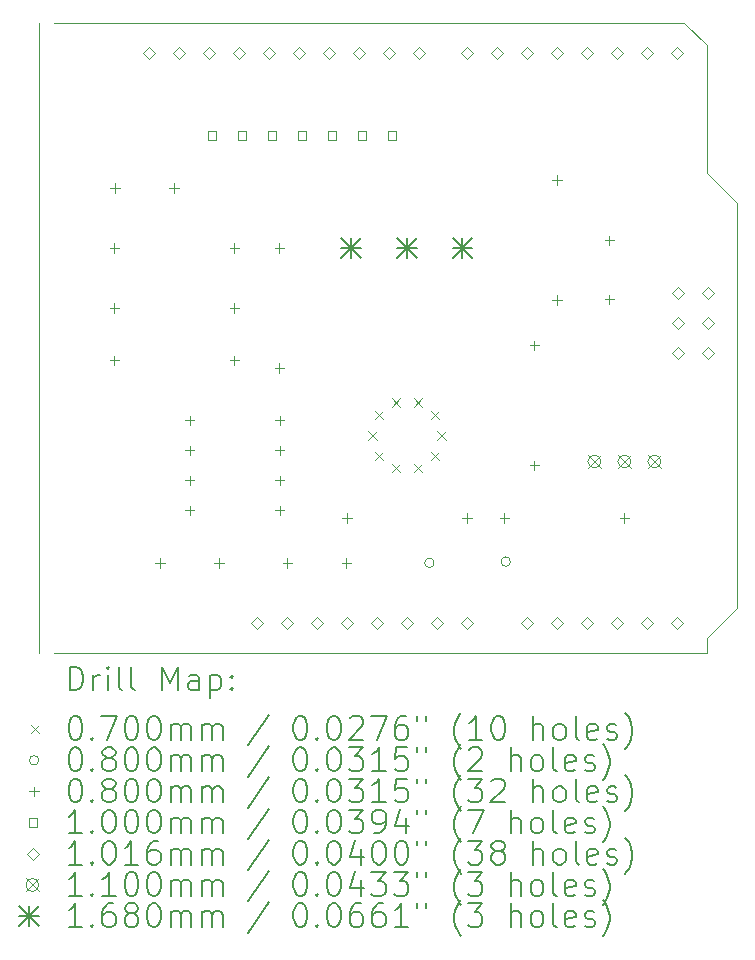
<source format=gbr>
%TF.GenerationSoftware,KiCad,Pcbnew,7.0.9*%
%TF.CreationDate,2023-12-06T14:48:16+01:00*%
%TF.ProjectId,Gas_Sensor,4761735f-5365-46e7-936f-722e6b696361,rev?*%
%TF.SameCoordinates,Original*%
%TF.FileFunction,Drillmap*%
%TF.FilePolarity,Positive*%
%FSLAX45Y45*%
G04 Gerber Fmt 4.5, Leading zero omitted, Abs format (unit mm)*
G04 Created by KiCad (PCBNEW 7.0.9) date 2023-12-06 14:48:16*
%MOMM*%
%LPD*%
G01*
G04 APERTURE LIST*
%ADD10C,0.100000*%
%ADD11C,0.200000*%
%ADD12C,0.101600*%
%ADD13C,0.110000*%
%ADD14C,0.168000*%
G04 APERTURE END LIST*
D10*
X9271000Y-1651000D02*
X9461500Y-1841500D01*
X9461500Y-6985000D02*
X3937000Y-6985000D01*
X9461500Y-1841500D02*
X9461500Y-2921000D01*
X3810000Y-1651000D02*
X3810000Y-6985000D01*
X9461500Y-6858000D02*
X9461500Y-6985000D01*
X9715500Y-3175000D02*
X9715500Y-6604000D01*
X9461500Y-2921000D02*
X9715500Y-3175000D01*
X9715500Y-6604000D02*
X9461500Y-6858000D01*
X3937000Y-1651000D02*
X9271000Y-1651000D01*
D11*
D10*
X6595000Y-5108500D02*
X6665000Y-5178500D01*
X6665000Y-5108500D02*
X6595000Y-5178500D01*
X6650767Y-4936867D02*
X6720767Y-5006867D01*
X6720767Y-4936867D02*
X6650767Y-5006867D01*
X6650767Y-5280133D02*
X6720767Y-5350133D01*
X6720767Y-5280133D02*
X6650767Y-5350133D01*
X6796767Y-4830792D02*
X6866767Y-4900792D01*
X6866767Y-4830792D02*
X6796767Y-4900792D01*
X6796767Y-5386209D02*
X6866767Y-5456209D01*
X6866767Y-5386209D02*
X6796767Y-5456209D01*
X6977233Y-4830792D02*
X7047233Y-4900792D01*
X7047233Y-4830792D02*
X6977233Y-4900792D01*
X6977233Y-5386209D02*
X7047233Y-5456209D01*
X7047233Y-5386209D02*
X6977233Y-5456209D01*
X7123233Y-4936867D02*
X7193233Y-5006867D01*
X7193233Y-4936867D02*
X7123233Y-5006867D01*
X7123233Y-5280133D02*
X7193233Y-5350133D01*
X7193233Y-5280133D02*
X7123233Y-5350133D01*
X7179000Y-5108500D02*
X7249000Y-5178500D01*
X7249000Y-5108500D02*
X7179000Y-5178500D01*
X7152000Y-6223000D02*
G75*
G03*
X7152000Y-6223000I-40000J0D01*
G01*
X7797920Y-6212080D02*
G75*
G03*
X7797920Y-6212080I-40000J0D01*
G01*
X4445000Y-3516000D02*
X4445000Y-3596000D01*
X4405000Y-3556000D02*
X4485000Y-3556000D01*
X4445000Y-4024000D02*
X4445000Y-4104000D01*
X4405000Y-4064000D02*
X4485000Y-4064000D01*
X4445000Y-4468500D02*
X4445000Y-4548500D01*
X4405000Y-4508500D02*
X4485000Y-4508500D01*
X4449000Y-3008000D02*
X4449000Y-3088000D01*
X4409000Y-3048000D02*
X4489000Y-3048000D01*
X4830000Y-6183000D02*
X4830000Y-6263000D01*
X4790000Y-6223000D02*
X4870000Y-6223000D01*
X4949000Y-3008000D02*
X4949000Y-3088000D01*
X4909000Y-3048000D02*
X4989000Y-3048000D01*
X5081000Y-4977500D02*
X5081000Y-5057500D01*
X5041000Y-5017500D02*
X5121000Y-5017500D01*
X5081000Y-5231500D02*
X5081000Y-5311500D01*
X5041000Y-5271500D02*
X5121000Y-5271500D01*
X5081000Y-5485500D02*
X5081000Y-5565500D01*
X5041000Y-5525500D02*
X5121000Y-5525500D01*
X5081000Y-5739500D02*
X5081000Y-5819500D01*
X5041000Y-5779500D02*
X5121000Y-5779500D01*
X5330000Y-6183000D02*
X5330000Y-6263000D01*
X5290000Y-6223000D02*
X5370000Y-6223000D01*
X5461000Y-3516000D02*
X5461000Y-3596000D01*
X5421000Y-3556000D02*
X5501000Y-3556000D01*
X5461000Y-4024000D02*
X5461000Y-4104000D01*
X5421000Y-4064000D02*
X5501000Y-4064000D01*
X5461000Y-4468500D02*
X5461000Y-4548500D01*
X5421000Y-4508500D02*
X5501000Y-4508500D01*
X5842000Y-3516000D02*
X5842000Y-3596000D01*
X5802000Y-3556000D02*
X5882000Y-3556000D01*
X5842000Y-4532000D02*
X5842000Y-4612000D01*
X5802000Y-4572000D02*
X5882000Y-4572000D01*
X5843000Y-4977500D02*
X5843000Y-5057500D01*
X5803000Y-5017500D02*
X5883000Y-5017500D01*
X5843000Y-5231500D02*
X5843000Y-5311500D01*
X5803000Y-5271500D02*
X5883000Y-5271500D01*
X5843000Y-5485500D02*
X5843000Y-5565500D01*
X5803000Y-5525500D02*
X5883000Y-5525500D01*
X5843000Y-5739500D02*
X5843000Y-5819500D01*
X5803000Y-5779500D02*
X5883000Y-5779500D01*
X5909500Y-6183000D02*
X5909500Y-6263000D01*
X5869500Y-6223000D02*
X5949500Y-6223000D01*
X6409500Y-6183000D02*
X6409500Y-6263000D01*
X6369500Y-6223000D02*
X6449500Y-6223000D01*
X6413500Y-5802000D02*
X6413500Y-5882000D01*
X6373500Y-5842000D02*
X6453500Y-5842000D01*
X7429500Y-5802000D02*
X7429500Y-5882000D01*
X7389500Y-5842000D02*
X7469500Y-5842000D01*
X7747000Y-5802000D02*
X7747000Y-5882000D01*
X7707000Y-5842000D02*
X7787000Y-5842000D01*
X8001000Y-4341500D02*
X8001000Y-4421500D01*
X7961000Y-4381500D02*
X8041000Y-4381500D01*
X8001000Y-5357500D02*
X8001000Y-5437500D01*
X7961000Y-5397500D02*
X8041000Y-5397500D01*
X8191500Y-2940500D02*
X8191500Y-3020500D01*
X8151500Y-2980500D02*
X8231500Y-2980500D01*
X8191500Y-3956500D02*
X8191500Y-4036500D01*
X8151500Y-3996500D02*
X8231500Y-3996500D01*
X8636000Y-3452500D02*
X8636000Y-3532500D01*
X8596000Y-3492500D02*
X8676000Y-3492500D01*
X8636000Y-3952500D02*
X8636000Y-4032500D01*
X8596000Y-3992500D02*
X8676000Y-3992500D01*
X8763000Y-5802000D02*
X8763000Y-5882000D01*
X8723000Y-5842000D02*
X8803000Y-5842000D01*
X5305856Y-2638856D02*
X5305856Y-2568144D01*
X5235144Y-2568144D01*
X5235144Y-2638856D01*
X5305856Y-2638856D01*
X5559856Y-2638856D02*
X5559856Y-2568144D01*
X5489144Y-2568144D01*
X5489144Y-2638856D01*
X5559856Y-2638856D01*
X5813856Y-2638856D02*
X5813856Y-2568144D01*
X5743144Y-2568144D01*
X5743144Y-2638856D01*
X5813856Y-2638856D01*
X6067856Y-2638856D02*
X6067856Y-2568144D01*
X5997144Y-2568144D01*
X5997144Y-2638856D01*
X6067856Y-2638856D01*
X6321856Y-2638856D02*
X6321856Y-2568144D01*
X6251144Y-2568144D01*
X6251144Y-2638856D01*
X6321856Y-2638856D01*
X6575856Y-2638856D02*
X6575856Y-2568144D01*
X6505144Y-2568144D01*
X6505144Y-2638856D01*
X6575856Y-2638856D01*
X6829856Y-2638856D02*
X6829856Y-2568144D01*
X6759144Y-2568144D01*
X6759144Y-2638856D01*
X6829856Y-2638856D01*
D12*
X4737100Y-1955800D02*
X4787900Y-1905000D01*
X4737100Y-1854200D01*
X4686300Y-1905000D01*
X4737100Y-1955800D01*
X4991100Y-1955800D02*
X5041900Y-1905000D01*
X4991100Y-1854200D01*
X4940300Y-1905000D01*
X4991100Y-1955800D01*
X5245100Y-1955800D02*
X5295900Y-1905000D01*
X5245100Y-1854200D01*
X5194300Y-1905000D01*
X5245100Y-1955800D01*
X5499100Y-1955800D02*
X5549900Y-1905000D01*
X5499100Y-1854200D01*
X5448300Y-1905000D01*
X5499100Y-1955800D01*
X5651500Y-6781800D02*
X5702300Y-6731000D01*
X5651500Y-6680200D01*
X5600700Y-6731000D01*
X5651500Y-6781800D01*
X5753100Y-1955800D02*
X5803900Y-1905000D01*
X5753100Y-1854200D01*
X5702300Y-1905000D01*
X5753100Y-1955800D01*
X5905500Y-6781800D02*
X5956300Y-6731000D01*
X5905500Y-6680200D01*
X5854700Y-6731000D01*
X5905500Y-6781800D01*
X6007100Y-1955800D02*
X6057900Y-1905000D01*
X6007100Y-1854200D01*
X5956300Y-1905000D01*
X6007100Y-1955800D01*
X6159500Y-6781800D02*
X6210300Y-6731000D01*
X6159500Y-6680200D01*
X6108700Y-6731000D01*
X6159500Y-6781800D01*
X6261100Y-1955800D02*
X6311900Y-1905000D01*
X6261100Y-1854200D01*
X6210300Y-1905000D01*
X6261100Y-1955800D01*
X6413500Y-6781800D02*
X6464300Y-6731000D01*
X6413500Y-6680200D01*
X6362700Y-6731000D01*
X6413500Y-6781800D01*
X6515100Y-1955800D02*
X6565900Y-1905000D01*
X6515100Y-1854200D01*
X6464300Y-1905000D01*
X6515100Y-1955800D01*
X6667500Y-6781800D02*
X6718300Y-6731000D01*
X6667500Y-6680200D01*
X6616700Y-6731000D01*
X6667500Y-6781800D01*
X6769100Y-1955800D02*
X6819900Y-1905000D01*
X6769100Y-1854200D01*
X6718300Y-1905000D01*
X6769100Y-1955800D01*
X6921500Y-6781800D02*
X6972300Y-6731000D01*
X6921500Y-6680200D01*
X6870700Y-6731000D01*
X6921500Y-6781800D01*
X7023100Y-1955800D02*
X7073900Y-1905000D01*
X7023100Y-1854200D01*
X6972300Y-1905000D01*
X7023100Y-1955800D01*
X7175500Y-6781800D02*
X7226300Y-6731000D01*
X7175500Y-6680200D01*
X7124700Y-6731000D01*
X7175500Y-6781800D01*
X7429500Y-1955800D02*
X7480300Y-1905000D01*
X7429500Y-1854200D01*
X7378700Y-1905000D01*
X7429500Y-1955800D01*
X7429500Y-6781800D02*
X7480300Y-6731000D01*
X7429500Y-6680200D01*
X7378700Y-6731000D01*
X7429500Y-6781800D01*
X7683500Y-1955800D02*
X7734300Y-1905000D01*
X7683500Y-1854200D01*
X7632700Y-1905000D01*
X7683500Y-1955800D01*
X7937500Y-1955800D02*
X7988300Y-1905000D01*
X7937500Y-1854200D01*
X7886700Y-1905000D01*
X7937500Y-1955800D01*
X7937500Y-6781800D02*
X7988300Y-6731000D01*
X7937500Y-6680200D01*
X7886700Y-6731000D01*
X7937500Y-6781800D01*
X8191500Y-1955800D02*
X8242300Y-1905000D01*
X8191500Y-1854200D01*
X8140700Y-1905000D01*
X8191500Y-1955800D01*
X8191500Y-6781800D02*
X8242300Y-6731000D01*
X8191500Y-6680200D01*
X8140700Y-6731000D01*
X8191500Y-6781800D01*
X8445500Y-1955800D02*
X8496300Y-1905000D01*
X8445500Y-1854200D01*
X8394700Y-1905000D01*
X8445500Y-1955800D01*
X8445500Y-6781800D02*
X8496300Y-6731000D01*
X8445500Y-6680200D01*
X8394700Y-6731000D01*
X8445500Y-6781800D01*
X8699500Y-1955800D02*
X8750300Y-1905000D01*
X8699500Y-1854200D01*
X8648700Y-1905000D01*
X8699500Y-1955800D01*
X8699500Y-6781800D02*
X8750300Y-6731000D01*
X8699500Y-6680200D01*
X8648700Y-6731000D01*
X8699500Y-6781800D01*
X8953500Y-1955800D02*
X9004300Y-1905000D01*
X8953500Y-1854200D01*
X8902700Y-1905000D01*
X8953500Y-1955800D01*
X8953500Y-6781800D02*
X9004300Y-6731000D01*
X8953500Y-6680200D01*
X8902700Y-6731000D01*
X8953500Y-6781800D01*
X9207500Y-1955800D02*
X9258300Y-1905000D01*
X9207500Y-1854200D01*
X9156700Y-1905000D01*
X9207500Y-1955800D01*
X9207500Y-6781800D02*
X9258300Y-6731000D01*
X9207500Y-6680200D01*
X9156700Y-6731000D01*
X9207500Y-6781800D01*
X9220200Y-3987800D02*
X9271000Y-3937000D01*
X9220200Y-3886200D01*
X9169400Y-3937000D01*
X9220200Y-3987800D01*
X9220200Y-4241800D02*
X9271000Y-4191000D01*
X9220200Y-4140200D01*
X9169400Y-4191000D01*
X9220200Y-4241800D01*
X9220200Y-4495800D02*
X9271000Y-4445000D01*
X9220200Y-4394200D01*
X9169400Y-4445000D01*
X9220200Y-4495800D01*
X9474200Y-3987800D02*
X9525000Y-3937000D01*
X9474200Y-3886200D01*
X9423400Y-3937000D01*
X9474200Y-3987800D01*
X9474200Y-4241800D02*
X9525000Y-4191000D01*
X9474200Y-4140200D01*
X9423400Y-4191000D01*
X9474200Y-4241800D01*
X9474200Y-4495800D02*
X9525000Y-4445000D01*
X9474200Y-4394200D01*
X9423400Y-4445000D01*
X9474200Y-4495800D01*
D13*
X8454000Y-5310000D02*
X8564000Y-5420000D01*
X8564000Y-5310000D02*
X8454000Y-5420000D01*
X8564000Y-5365000D02*
G75*
G03*
X8564000Y-5365000I-55000J0D01*
G01*
X8708000Y-5310000D02*
X8818000Y-5420000D01*
X8818000Y-5310000D02*
X8708000Y-5420000D01*
X8818000Y-5365000D02*
G75*
G03*
X8818000Y-5365000I-55000J0D01*
G01*
X8962000Y-5310000D02*
X9072000Y-5420000D01*
X9072000Y-5310000D02*
X8962000Y-5420000D01*
X9072000Y-5365000D02*
G75*
G03*
X9072000Y-5365000I-55000J0D01*
G01*
D14*
X6367500Y-3472000D02*
X6535500Y-3640000D01*
X6535500Y-3472000D02*
X6367500Y-3640000D01*
X6451500Y-3472000D02*
X6451500Y-3640000D01*
X6367500Y-3556000D02*
X6535500Y-3556000D01*
X6837500Y-3472000D02*
X7005500Y-3640000D01*
X7005500Y-3472000D02*
X6837500Y-3640000D01*
X6921500Y-3472000D02*
X6921500Y-3640000D01*
X6837500Y-3556000D02*
X7005500Y-3556000D01*
X7307500Y-3472000D02*
X7475500Y-3640000D01*
X7475500Y-3472000D02*
X7307500Y-3640000D01*
X7391500Y-3472000D02*
X7391500Y-3640000D01*
X7307500Y-3556000D02*
X7475500Y-3556000D01*
D11*
X4065777Y-7301484D02*
X4065777Y-7101484D01*
X4065777Y-7101484D02*
X4113396Y-7101484D01*
X4113396Y-7101484D02*
X4141967Y-7111008D01*
X4141967Y-7111008D02*
X4161015Y-7130055D01*
X4161015Y-7130055D02*
X4170539Y-7149103D01*
X4170539Y-7149103D02*
X4180062Y-7187198D01*
X4180062Y-7187198D02*
X4180062Y-7215769D01*
X4180062Y-7215769D02*
X4170539Y-7253865D01*
X4170539Y-7253865D02*
X4161015Y-7272912D01*
X4161015Y-7272912D02*
X4141967Y-7291960D01*
X4141967Y-7291960D02*
X4113396Y-7301484D01*
X4113396Y-7301484D02*
X4065777Y-7301484D01*
X4265777Y-7301484D02*
X4265777Y-7168150D01*
X4265777Y-7206246D02*
X4275301Y-7187198D01*
X4275301Y-7187198D02*
X4284824Y-7177674D01*
X4284824Y-7177674D02*
X4303872Y-7168150D01*
X4303872Y-7168150D02*
X4322920Y-7168150D01*
X4389586Y-7301484D02*
X4389586Y-7168150D01*
X4389586Y-7101484D02*
X4380063Y-7111008D01*
X4380063Y-7111008D02*
X4389586Y-7120531D01*
X4389586Y-7120531D02*
X4399110Y-7111008D01*
X4399110Y-7111008D02*
X4389586Y-7101484D01*
X4389586Y-7101484D02*
X4389586Y-7120531D01*
X4513396Y-7301484D02*
X4494348Y-7291960D01*
X4494348Y-7291960D02*
X4484824Y-7272912D01*
X4484824Y-7272912D02*
X4484824Y-7101484D01*
X4618158Y-7301484D02*
X4599110Y-7291960D01*
X4599110Y-7291960D02*
X4589586Y-7272912D01*
X4589586Y-7272912D02*
X4589586Y-7101484D01*
X4846729Y-7301484D02*
X4846729Y-7101484D01*
X4846729Y-7101484D02*
X4913396Y-7244341D01*
X4913396Y-7244341D02*
X4980063Y-7101484D01*
X4980063Y-7101484D02*
X4980063Y-7301484D01*
X5161015Y-7301484D02*
X5161015Y-7196722D01*
X5161015Y-7196722D02*
X5151491Y-7177674D01*
X5151491Y-7177674D02*
X5132444Y-7168150D01*
X5132444Y-7168150D02*
X5094348Y-7168150D01*
X5094348Y-7168150D02*
X5075301Y-7177674D01*
X5161015Y-7291960D02*
X5141967Y-7301484D01*
X5141967Y-7301484D02*
X5094348Y-7301484D01*
X5094348Y-7301484D02*
X5075301Y-7291960D01*
X5075301Y-7291960D02*
X5065777Y-7272912D01*
X5065777Y-7272912D02*
X5065777Y-7253865D01*
X5065777Y-7253865D02*
X5075301Y-7234817D01*
X5075301Y-7234817D02*
X5094348Y-7225293D01*
X5094348Y-7225293D02*
X5141967Y-7225293D01*
X5141967Y-7225293D02*
X5161015Y-7215769D01*
X5256253Y-7168150D02*
X5256253Y-7368150D01*
X5256253Y-7177674D02*
X5275301Y-7168150D01*
X5275301Y-7168150D02*
X5313396Y-7168150D01*
X5313396Y-7168150D02*
X5332444Y-7177674D01*
X5332444Y-7177674D02*
X5341967Y-7187198D01*
X5341967Y-7187198D02*
X5351491Y-7206246D01*
X5351491Y-7206246D02*
X5351491Y-7263388D01*
X5351491Y-7263388D02*
X5341967Y-7282436D01*
X5341967Y-7282436D02*
X5332444Y-7291960D01*
X5332444Y-7291960D02*
X5313396Y-7301484D01*
X5313396Y-7301484D02*
X5275301Y-7301484D01*
X5275301Y-7301484D02*
X5256253Y-7291960D01*
X5437205Y-7282436D02*
X5446729Y-7291960D01*
X5446729Y-7291960D02*
X5437205Y-7301484D01*
X5437205Y-7301484D02*
X5427682Y-7291960D01*
X5427682Y-7291960D02*
X5437205Y-7282436D01*
X5437205Y-7282436D02*
X5437205Y-7301484D01*
X5437205Y-7177674D02*
X5446729Y-7187198D01*
X5446729Y-7187198D02*
X5437205Y-7196722D01*
X5437205Y-7196722D02*
X5427682Y-7187198D01*
X5427682Y-7187198D02*
X5437205Y-7177674D01*
X5437205Y-7177674D02*
X5437205Y-7196722D01*
D10*
X3735000Y-7595000D02*
X3805000Y-7665000D01*
X3805000Y-7595000D02*
X3735000Y-7665000D01*
D11*
X4103872Y-7521484D02*
X4122920Y-7521484D01*
X4122920Y-7521484D02*
X4141967Y-7531008D01*
X4141967Y-7531008D02*
X4151491Y-7540531D01*
X4151491Y-7540531D02*
X4161015Y-7559579D01*
X4161015Y-7559579D02*
X4170539Y-7597674D01*
X4170539Y-7597674D02*
X4170539Y-7645293D01*
X4170539Y-7645293D02*
X4161015Y-7683388D01*
X4161015Y-7683388D02*
X4151491Y-7702436D01*
X4151491Y-7702436D02*
X4141967Y-7711960D01*
X4141967Y-7711960D02*
X4122920Y-7721484D01*
X4122920Y-7721484D02*
X4103872Y-7721484D01*
X4103872Y-7721484D02*
X4084824Y-7711960D01*
X4084824Y-7711960D02*
X4075301Y-7702436D01*
X4075301Y-7702436D02*
X4065777Y-7683388D01*
X4065777Y-7683388D02*
X4056253Y-7645293D01*
X4056253Y-7645293D02*
X4056253Y-7597674D01*
X4056253Y-7597674D02*
X4065777Y-7559579D01*
X4065777Y-7559579D02*
X4075301Y-7540531D01*
X4075301Y-7540531D02*
X4084824Y-7531008D01*
X4084824Y-7531008D02*
X4103872Y-7521484D01*
X4256253Y-7702436D02*
X4265777Y-7711960D01*
X4265777Y-7711960D02*
X4256253Y-7721484D01*
X4256253Y-7721484D02*
X4246729Y-7711960D01*
X4246729Y-7711960D02*
X4256253Y-7702436D01*
X4256253Y-7702436D02*
X4256253Y-7721484D01*
X4332444Y-7521484D02*
X4465777Y-7521484D01*
X4465777Y-7521484D02*
X4380063Y-7721484D01*
X4580063Y-7521484D02*
X4599110Y-7521484D01*
X4599110Y-7521484D02*
X4618158Y-7531008D01*
X4618158Y-7531008D02*
X4627682Y-7540531D01*
X4627682Y-7540531D02*
X4637205Y-7559579D01*
X4637205Y-7559579D02*
X4646729Y-7597674D01*
X4646729Y-7597674D02*
X4646729Y-7645293D01*
X4646729Y-7645293D02*
X4637205Y-7683388D01*
X4637205Y-7683388D02*
X4627682Y-7702436D01*
X4627682Y-7702436D02*
X4618158Y-7711960D01*
X4618158Y-7711960D02*
X4599110Y-7721484D01*
X4599110Y-7721484D02*
X4580063Y-7721484D01*
X4580063Y-7721484D02*
X4561015Y-7711960D01*
X4561015Y-7711960D02*
X4551491Y-7702436D01*
X4551491Y-7702436D02*
X4541967Y-7683388D01*
X4541967Y-7683388D02*
X4532444Y-7645293D01*
X4532444Y-7645293D02*
X4532444Y-7597674D01*
X4532444Y-7597674D02*
X4541967Y-7559579D01*
X4541967Y-7559579D02*
X4551491Y-7540531D01*
X4551491Y-7540531D02*
X4561015Y-7531008D01*
X4561015Y-7531008D02*
X4580063Y-7521484D01*
X4770539Y-7521484D02*
X4789586Y-7521484D01*
X4789586Y-7521484D02*
X4808634Y-7531008D01*
X4808634Y-7531008D02*
X4818158Y-7540531D01*
X4818158Y-7540531D02*
X4827682Y-7559579D01*
X4827682Y-7559579D02*
X4837205Y-7597674D01*
X4837205Y-7597674D02*
X4837205Y-7645293D01*
X4837205Y-7645293D02*
X4827682Y-7683388D01*
X4827682Y-7683388D02*
X4818158Y-7702436D01*
X4818158Y-7702436D02*
X4808634Y-7711960D01*
X4808634Y-7711960D02*
X4789586Y-7721484D01*
X4789586Y-7721484D02*
X4770539Y-7721484D01*
X4770539Y-7721484D02*
X4751491Y-7711960D01*
X4751491Y-7711960D02*
X4741967Y-7702436D01*
X4741967Y-7702436D02*
X4732444Y-7683388D01*
X4732444Y-7683388D02*
X4722920Y-7645293D01*
X4722920Y-7645293D02*
X4722920Y-7597674D01*
X4722920Y-7597674D02*
X4732444Y-7559579D01*
X4732444Y-7559579D02*
X4741967Y-7540531D01*
X4741967Y-7540531D02*
X4751491Y-7531008D01*
X4751491Y-7531008D02*
X4770539Y-7521484D01*
X4922920Y-7721484D02*
X4922920Y-7588150D01*
X4922920Y-7607198D02*
X4932444Y-7597674D01*
X4932444Y-7597674D02*
X4951491Y-7588150D01*
X4951491Y-7588150D02*
X4980063Y-7588150D01*
X4980063Y-7588150D02*
X4999110Y-7597674D01*
X4999110Y-7597674D02*
X5008634Y-7616722D01*
X5008634Y-7616722D02*
X5008634Y-7721484D01*
X5008634Y-7616722D02*
X5018158Y-7597674D01*
X5018158Y-7597674D02*
X5037205Y-7588150D01*
X5037205Y-7588150D02*
X5065777Y-7588150D01*
X5065777Y-7588150D02*
X5084825Y-7597674D01*
X5084825Y-7597674D02*
X5094348Y-7616722D01*
X5094348Y-7616722D02*
X5094348Y-7721484D01*
X5189586Y-7721484D02*
X5189586Y-7588150D01*
X5189586Y-7607198D02*
X5199110Y-7597674D01*
X5199110Y-7597674D02*
X5218158Y-7588150D01*
X5218158Y-7588150D02*
X5246729Y-7588150D01*
X5246729Y-7588150D02*
X5265777Y-7597674D01*
X5265777Y-7597674D02*
X5275301Y-7616722D01*
X5275301Y-7616722D02*
X5275301Y-7721484D01*
X5275301Y-7616722D02*
X5284825Y-7597674D01*
X5284825Y-7597674D02*
X5303872Y-7588150D01*
X5303872Y-7588150D02*
X5332444Y-7588150D01*
X5332444Y-7588150D02*
X5351491Y-7597674D01*
X5351491Y-7597674D02*
X5361015Y-7616722D01*
X5361015Y-7616722D02*
X5361015Y-7721484D01*
X5751491Y-7511960D02*
X5580063Y-7769103D01*
X6008634Y-7521484D02*
X6027682Y-7521484D01*
X6027682Y-7521484D02*
X6046729Y-7531008D01*
X6046729Y-7531008D02*
X6056253Y-7540531D01*
X6056253Y-7540531D02*
X6065777Y-7559579D01*
X6065777Y-7559579D02*
X6075301Y-7597674D01*
X6075301Y-7597674D02*
X6075301Y-7645293D01*
X6075301Y-7645293D02*
X6065777Y-7683388D01*
X6065777Y-7683388D02*
X6056253Y-7702436D01*
X6056253Y-7702436D02*
X6046729Y-7711960D01*
X6046729Y-7711960D02*
X6027682Y-7721484D01*
X6027682Y-7721484D02*
X6008634Y-7721484D01*
X6008634Y-7721484D02*
X5989586Y-7711960D01*
X5989586Y-7711960D02*
X5980063Y-7702436D01*
X5980063Y-7702436D02*
X5970539Y-7683388D01*
X5970539Y-7683388D02*
X5961015Y-7645293D01*
X5961015Y-7645293D02*
X5961015Y-7597674D01*
X5961015Y-7597674D02*
X5970539Y-7559579D01*
X5970539Y-7559579D02*
X5980063Y-7540531D01*
X5980063Y-7540531D02*
X5989586Y-7531008D01*
X5989586Y-7531008D02*
X6008634Y-7521484D01*
X6161015Y-7702436D02*
X6170539Y-7711960D01*
X6170539Y-7711960D02*
X6161015Y-7721484D01*
X6161015Y-7721484D02*
X6151491Y-7711960D01*
X6151491Y-7711960D02*
X6161015Y-7702436D01*
X6161015Y-7702436D02*
X6161015Y-7721484D01*
X6294348Y-7521484D02*
X6313396Y-7521484D01*
X6313396Y-7521484D02*
X6332444Y-7531008D01*
X6332444Y-7531008D02*
X6341967Y-7540531D01*
X6341967Y-7540531D02*
X6351491Y-7559579D01*
X6351491Y-7559579D02*
X6361015Y-7597674D01*
X6361015Y-7597674D02*
X6361015Y-7645293D01*
X6361015Y-7645293D02*
X6351491Y-7683388D01*
X6351491Y-7683388D02*
X6341967Y-7702436D01*
X6341967Y-7702436D02*
X6332444Y-7711960D01*
X6332444Y-7711960D02*
X6313396Y-7721484D01*
X6313396Y-7721484D02*
X6294348Y-7721484D01*
X6294348Y-7721484D02*
X6275301Y-7711960D01*
X6275301Y-7711960D02*
X6265777Y-7702436D01*
X6265777Y-7702436D02*
X6256253Y-7683388D01*
X6256253Y-7683388D02*
X6246729Y-7645293D01*
X6246729Y-7645293D02*
X6246729Y-7597674D01*
X6246729Y-7597674D02*
X6256253Y-7559579D01*
X6256253Y-7559579D02*
X6265777Y-7540531D01*
X6265777Y-7540531D02*
X6275301Y-7531008D01*
X6275301Y-7531008D02*
X6294348Y-7521484D01*
X6437206Y-7540531D02*
X6446729Y-7531008D01*
X6446729Y-7531008D02*
X6465777Y-7521484D01*
X6465777Y-7521484D02*
X6513396Y-7521484D01*
X6513396Y-7521484D02*
X6532444Y-7531008D01*
X6532444Y-7531008D02*
X6541967Y-7540531D01*
X6541967Y-7540531D02*
X6551491Y-7559579D01*
X6551491Y-7559579D02*
X6551491Y-7578627D01*
X6551491Y-7578627D02*
X6541967Y-7607198D01*
X6541967Y-7607198D02*
X6427682Y-7721484D01*
X6427682Y-7721484D02*
X6551491Y-7721484D01*
X6618158Y-7521484D02*
X6751491Y-7521484D01*
X6751491Y-7521484D02*
X6665777Y-7721484D01*
X6913396Y-7521484D02*
X6875301Y-7521484D01*
X6875301Y-7521484D02*
X6856253Y-7531008D01*
X6856253Y-7531008D02*
X6846729Y-7540531D01*
X6846729Y-7540531D02*
X6827682Y-7569103D01*
X6827682Y-7569103D02*
X6818158Y-7607198D01*
X6818158Y-7607198D02*
X6818158Y-7683388D01*
X6818158Y-7683388D02*
X6827682Y-7702436D01*
X6827682Y-7702436D02*
X6837206Y-7711960D01*
X6837206Y-7711960D02*
X6856253Y-7721484D01*
X6856253Y-7721484D02*
X6894348Y-7721484D01*
X6894348Y-7721484D02*
X6913396Y-7711960D01*
X6913396Y-7711960D02*
X6922920Y-7702436D01*
X6922920Y-7702436D02*
X6932444Y-7683388D01*
X6932444Y-7683388D02*
X6932444Y-7635769D01*
X6932444Y-7635769D02*
X6922920Y-7616722D01*
X6922920Y-7616722D02*
X6913396Y-7607198D01*
X6913396Y-7607198D02*
X6894348Y-7597674D01*
X6894348Y-7597674D02*
X6856253Y-7597674D01*
X6856253Y-7597674D02*
X6837206Y-7607198D01*
X6837206Y-7607198D02*
X6827682Y-7616722D01*
X6827682Y-7616722D02*
X6818158Y-7635769D01*
X7008634Y-7521484D02*
X7008634Y-7559579D01*
X7084825Y-7521484D02*
X7084825Y-7559579D01*
X7380063Y-7797674D02*
X7370539Y-7788150D01*
X7370539Y-7788150D02*
X7351491Y-7759579D01*
X7351491Y-7759579D02*
X7341968Y-7740531D01*
X7341968Y-7740531D02*
X7332444Y-7711960D01*
X7332444Y-7711960D02*
X7322920Y-7664341D01*
X7322920Y-7664341D02*
X7322920Y-7626246D01*
X7322920Y-7626246D02*
X7332444Y-7578627D01*
X7332444Y-7578627D02*
X7341968Y-7550055D01*
X7341968Y-7550055D02*
X7351491Y-7531008D01*
X7351491Y-7531008D02*
X7370539Y-7502436D01*
X7370539Y-7502436D02*
X7380063Y-7492912D01*
X7561015Y-7721484D02*
X7446729Y-7721484D01*
X7503872Y-7721484D02*
X7503872Y-7521484D01*
X7503872Y-7521484D02*
X7484825Y-7550055D01*
X7484825Y-7550055D02*
X7465777Y-7569103D01*
X7465777Y-7569103D02*
X7446729Y-7578627D01*
X7684825Y-7521484D02*
X7703872Y-7521484D01*
X7703872Y-7521484D02*
X7722920Y-7531008D01*
X7722920Y-7531008D02*
X7732444Y-7540531D01*
X7732444Y-7540531D02*
X7741968Y-7559579D01*
X7741968Y-7559579D02*
X7751491Y-7597674D01*
X7751491Y-7597674D02*
X7751491Y-7645293D01*
X7751491Y-7645293D02*
X7741968Y-7683388D01*
X7741968Y-7683388D02*
X7732444Y-7702436D01*
X7732444Y-7702436D02*
X7722920Y-7711960D01*
X7722920Y-7711960D02*
X7703872Y-7721484D01*
X7703872Y-7721484D02*
X7684825Y-7721484D01*
X7684825Y-7721484D02*
X7665777Y-7711960D01*
X7665777Y-7711960D02*
X7656253Y-7702436D01*
X7656253Y-7702436D02*
X7646729Y-7683388D01*
X7646729Y-7683388D02*
X7637206Y-7645293D01*
X7637206Y-7645293D02*
X7637206Y-7597674D01*
X7637206Y-7597674D02*
X7646729Y-7559579D01*
X7646729Y-7559579D02*
X7656253Y-7540531D01*
X7656253Y-7540531D02*
X7665777Y-7531008D01*
X7665777Y-7531008D02*
X7684825Y-7521484D01*
X7989587Y-7721484D02*
X7989587Y-7521484D01*
X8075301Y-7721484D02*
X8075301Y-7616722D01*
X8075301Y-7616722D02*
X8065777Y-7597674D01*
X8065777Y-7597674D02*
X8046730Y-7588150D01*
X8046730Y-7588150D02*
X8018158Y-7588150D01*
X8018158Y-7588150D02*
X7999110Y-7597674D01*
X7999110Y-7597674D02*
X7989587Y-7607198D01*
X8199110Y-7721484D02*
X8180063Y-7711960D01*
X8180063Y-7711960D02*
X8170539Y-7702436D01*
X8170539Y-7702436D02*
X8161015Y-7683388D01*
X8161015Y-7683388D02*
X8161015Y-7626246D01*
X8161015Y-7626246D02*
X8170539Y-7607198D01*
X8170539Y-7607198D02*
X8180063Y-7597674D01*
X8180063Y-7597674D02*
X8199110Y-7588150D01*
X8199110Y-7588150D02*
X8227682Y-7588150D01*
X8227682Y-7588150D02*
X8246730Y-7597674D01*
X8246730Y-7597674D02*
X8256253Y-7607198D01*
X8256253Y-7607198D02*
X8265777Y-7626246D01*
X8265777Y-7626246D02*
X8265777Y-7683388D01*
X8265777Y-7683388D02*
X8256253Y-7702436D01*
X8256253Y-7702436D02*
X8246730Y-7711960D01*
X8246730Y-7711960D02*
X8227682Y-7721484D01*
X8227682Y-7721484D02*
X8199110Y-7721484D01*
X8380063Y-7721484D02*
X8361015Y-7711960D01*
X8361015Y-7711960D02*
X8351491Y-7692912D01*
X8351491Y-7692912D02*
X8351491Y-7521484D01*
X8532444Y-7711960D02*
X8513396Y-7721484D01*
X8513396Y-7721484D02*
X8475301Y-7721484D01*
X8475301Y-7721484D02*
X8456253Y-7711960D01*
X8456253Y-7711960D02*
X8446730Y-7692912D01*
X8446730Y-7692912D02*
X8446730Y-7616722D01*
X8446730Y-7616722D02*
X8456253Y-7597674D01*
X8456253Y-7597674D02*
X8475301Y-7588150D01*
X8475301Y-7588150D02*
X8513396Y-7588150D01*
X8513396Y-7588150D02*
X8532444Y-7597674D01*
X8532444Y-7597674D02*
X8541968Y-7616722D01*
X8541968Y-7616722D02*
X8541968Y-7635769D01*
X8541968Y-7635769D02*
X8446730Y-7654817D01*
X8618158Y-7711960D02*
X8637206Y-7721484D01*
X8637206Y-7721484D02*
X8675301Y-7721484D01*
X8675301Y-7721484D02*
X8694349Y-7711960D01*
X8694349Y-7711960D02*
X8703873Y-7692912D01*
X8703873Y-7692912D02*
X8703873Y-7683388D01*
X8703873Y-7683388D02*
X8694349Y-7664341D01*
X8694349Y-7664341D02*
X8675301Y-7654817D01*
X8675301Y-7654817D02*
X8646730Y-7654817D01*
X8646730Y-7654817D02*
X8627682Y-7645293D01*
X8627682Y-7645293D02*
X8618158Y-7626246D01*
X8618158Y-7626246D02*
X8618158Y-7616722D01*
X8618158Y-7616722D02*
X8627682Y-7597674D01*
X8627682Y-7597674D02*
X8646730Y-7588150D01*
X8646730Y-7588150D02*
X8675301Y-7588150D01*
X8675301Y-7588150D02*
X8694349Y-7597674D01*
X8770539Y-7797674D02*
X8780063Y-7788150D01*
X8780063Y-7788150D02*
X8799111Y-7759579D01*
X8799111Y-7759579D02*
X8808634Y-7740531D01*
X8808634Y-7740531D02*
X8818158Y-7711960D01*
X8818158Y-7711960D02*
X8827682Y-7664341D01*
X8827682Y-7664341D02*
X8827682Y-7626246D01*
X8827682Y-7626246D02*
X8818158Y-7578627D01*
X8818158Y-7578627D02*
X8808634Y-7550055D01*
X8808634Y-7550055D02*
X8799111Y-7531008D01*
X8799111Y-7531008D02*
X8780063Y-7502436D01*
X8780063Y-7502436D02*
X8770539Y-7492912D01*
D10*
X3805000Y-7894000D02*
G75*
G03*
X3805000Y-7894000I-40000J0D01*
G01*
D11*
X4103872Y-7785484D02*
X4122920Y-7785484D01*
X4122920Y-7785484D02*
X4141967Y-7795008D01*
X4141967Y-7795008D02*
X4151491Y-7804531D01*
X4151491Y-7804531D02*
X4161015Y-7823579D01*
X4161015Y-7823579D02*
X4170539Y-7861674D01*
X4170539Y-7861674D02*
X4170539Y-7909293D01*
X4170539Y-7909293D02*
X4161015Y-7947388D01*
X4161015Y-7947388D02*
X4151491Y-7966436D01*
X4151491Y-7966436D02*
X4141967Y-7975960D01*
X4141967Y-7975960D02*
X4122920Y-7985484D01*
X4122920Y-7985484D02*
X4103872Y-7985484D01*
X4103872Y-7985484D02*
X4084824Y-7975960D01*
X4084824Y-7975960D02*
X4075301Y-7966436D01*
X4075301Y-7966436D02*
X4065777Y-7947388D01*
X4065777Y-7947388D02*
X4056253Y-7909293D01*
X4056253Y-7909293D02*
X4056253Y-7861674D01*
X4056253Y-7861674D02*
X4065777Y-7823579D01*
X4065777Y-7823579D02*
X4075301Y-7804531D01*
X4075301Y-7804531D02*
X4084824Y-7795008D01*
X4084824Y-7795008D02*
X4103872Y-7785484D01*
X4256253Y-7966436D02*
X4265777Y-7975960D01*
X4265777Y-7975960D02*
X4256253Y-7985484D01*
X4256253Y-7985484D02*
X4246729Y-7975960D01*
X4246729Y-7975960D02*
X4256253Y-7966436D01*
X4256253Y-7966436D02*
X4256253Y-7985484D01*
X4380063Y-7871198D02*
X4361015Y-7861674D01*
X4361015Y-7861674D02*
X4351491Y-7852150D01*
X4351491Y-7852150D02*
X4341967Y-7833103D01*
X4341967Y-7833103D02*
X4341967Y-7823579D01*
X4341967Y-7823579D02*
X4351491Y-7804531D01*
X4351491Y-7804531D02*
X4361015Y-7795008D01*
X4361015Y-7795008D02*
X4380063Y-7785484D01*
X4380063Y-7785484D02*
X4418158Y-7785484D01*
X4418158Y-7785484D02*
X4437205Y-7795008D01*
X4437205Y-7795008D02*
X4446729Y-7804531D01*
X4446729Y-7804531D02*
X4456253Y-7823579D01*
X4456253Y-7823579D02*
X4456253Y-7833103D01*
X4456253Y-7833103D02*
X4446729Y-7852150D01*
X4446729Y-7852150D02*
X4437205Y-7861674D01*
X4437205Y-7861674D02*
X4418158Y-7871198D01*
X4418158Y-7871198D02*
X4380063Y-7871198D01*
X4380063Y-7871198D02*
X4361015Y-7880722D01*
X4361015Y-7880722D02*
X4351491Y-7890246D01*
X4351491Y-7890246D02*
X4341967Y-7909293D01*
X4341967Y-7909293D02*
X4341967Y-7947388D01*
X4341967Y-7947388D02*
X4351491Y-7966436D01*
X4351491Y-7966436D02*
X4361015Y-7975960D01*
X4361015Y-7975960D02*
X4380063Y-7985484D01*
X4380063Y-7985484D02*
X4418158Y-7985484D01*
X4418158Y-7985484D02*
X4437205Y-7975960D01*
X4437205Y-7975960D02*
X4446729Y-7966436D01*
X4446729Y-7966436D02*
X4456253Y-7947388D01*
X4456253Y-7947388D02*
X4456253Y-7909293D01*
X4456253Y-7909293D02*
X4446729Y-7890246D01*
X4446729Y-7890246D02*
X4437205Y-7880722D01*
X4437205Y-7880722D02*
X4418158Y-7871198D01*
X4580063Y-7785484D02*
X4599110Y-7785484D01*
X4599110Y-7785484D02*
X4618158Y-7795008D01*
X4618158Y-7795008D02*
X4627682Y-7804531D01*
X4627682Y-7804531D02*
X4637205Y-7823579D01*
X4637205Y-7823579D02*
X4646729Y-7861674D01*
X4646729Y-7861674D02*
X4646729Y-7909293D01*
X4646729Y-7909293D02*
X4637205Y-7947388D01*
X4637205Y-7947388D02*
X4627682Y-7966436D01*
X4627682Y-7966436D02*
X4618158Y-7975960D01*
X4618158Y-7975960D02*
X4599110Y-7985484D01*
X4599110Y-7985484D02*
X4580063Y-7985484D01*
X4580063Y-7985484D02*
X4561015Y-7975960D01*
X4561015Y-7975960D02*
X4551491Y-7966436D01*
X4551491Y-7966436D02*
X4541967Y-7947388D01*
X4541967Y-7947388D02*
X4532444Y-7909293D01*
X4532444Y-7909293D02*
X4532444Y-7861674D01*
X4532444Y-7861674D02*
X4541967Y-7823579D01*
X4541967Y-7823579D02*
X4551491Y-7804531D01*
X4551491Y-7804531D02*
X4561015Y-7795008D01*
X4561015Y-7795008D02*
X4580063Y-7785484D01*
X4770539Y-7785484D02*
X4789586Y-7785484D01*
X4789586Y-7785484D02*
X4808634Y-7795008D01*
X4808634Y-7795008D02*
X4818158Y-7804531D01*
X4818158Y-7804531D02*
X4827682Y-7823579D01*
X4827682Y-7823579D02*
X4837205Y-7861674D01*
X4837205Y-7861674D02*
X4837205Y-7909293D01*
X4837205Y-7909293D02*
X4827682Y-7947388D01*
X4827682Y-7947388D02*
X4818158Y-7966436D01*
X4818158Y-7966436D02*
X4808634Y-7975960D01*
X4808634Y-7975960D02*
X4789586Y-7985484D01*
X4789586Y-7985484D02*
X4770539Y-7985484D01*
X4770539Y-7985484D02*
X4751491Y-7975960D01*
X4751491Y-7975960D02*
X4741967Y-7966436D01*
X4741967Y-7966436D02*
X4732444Y-7947388D01*
X4732444Y-7947388D02*
X4722920Y-7909293D01*
X4722920Y-7909293D02*
X4722920Y-7861674D01*
X4722920Y-7861674D02*
X4732444Y-7823579D01*
X4732444Y-7823579D02*
X4741967Y-7804531D01*
X4741967Y-7804531D02*
X4751491Y-7795008D01*
X4751491Y-7795008D02*
X4770539Y-7785484D01*
X4922920Y-7985484D02*
X4922920Y-7852150D01*
X4922920Y-7871198D02*
X4932444Y-7861674D01*
X4932444Y-7861674D02*
X4951491Y-7852150D01*
X4951491Y-7852150D02*
X4980063Y-7852150D01*
X4980063Y-7852150D02*
X4999110Y-7861674D01*
X4999110Y-7861674D02*
X5008634Y-7880722D01*
X5008634Y-7880722D02*
X5008634Y-7985484D01*
X5008634Y-7880722D02*
X5018158Y-7861674D01*
X5018158Y-7861674D02*
X5037205Y-7852150D01*
X5037205Y-7852150D02*
X5065777Y-7852150D01*
X5065777Y-7852150D02*
X5084825Y-7861674D01*
X5084825Y-7861674D02*
X5094348Y-7880722D01*
X5094348Y-7880722D02*
X5094348Y-7985484D01*
X5189586Y-7985484D02*
X5189586Y-7852150D01*
X5189586Y-7871198D02*
X5199110Y-7861674D01*
X5199110Y-7861674D02*
X5218158Y-7852150D01*
X5218158Y-7852150D02*
X5246729Y-7852150D01*
X5246729Y-7852150D02*
X5265777Y-7861674D01*
X5265777Y-7861674D02*
X5275301Y-7880722D01*
X5275301Y-7880722D02*
X5275301Y-7985484D01*
X5275301Y-7880722D02*
X5284825Y-7861674D01*
X5284825Y-7861674D02*
X5303872Y-7852150D01*
X5303872Y-7852150D02*
X5332444Y-7852150D01*
X5332444Y-7852150D02*
X5351491Y-7861674D01*
X5351491Y-7861674D02*
X5361015Y-7880722D01*
X5361015Y-7880722D02*
X5361015Y-7985484D01*
X5751491Y-7775960D02*
X5580063Y-8033103D01*
X6008634Y-7785484D02*
X6027682Y-7785484D01*
X6027682Y-7785484D02*
X6046729Y-7795008D01*
X6046729Y-7795008D02*
X6056253Y-7804531D01*
X6056253Y-7804531D02*
X6065777Y-7823579D01*
X6065777Y-7823579D02*
X6075301Y-7861674D01*
X6075301Y-7861674D02*
X6075301Y-7909293D01*
X6075301Y-7909293D02*
X6065777Y-7947388D01*
X6065777Y-7947388D02*
X6056253Y-7966436D01*
X6056253Y-7966436D02*
X6046729Y-7975960D01*
X6046729Y-7975960D02*
X6027682Y-7985484D01*
X6027682Y-7985484D02*
X6008634Y-7985484D01*
X6008634Y-7985484D02*
X5989586Y-7975960D01*
X5989586Y-7975960D02*
X5980063Y-7966436D01*
X5980063Y-7966436D02*
X5970539Y-7947388D01*
X5970539Y-7947388D02*
X5961015Y-7909293D01*
X5961015Y-7909293D02*
X5961015Y-7861674D01*
X5961015Y-7861674D02*
X5970539Y-7823579D01*
X5970539Y-7823579D02*
X5980063Y-7804531D01*
X5980063Y-7804531D02*
X5989586Y-7795008D01*
X5989586Y-7795008D02*
X6008634Y-7785484D01*
X6161015Y-7966436D02*
X6170539Y-7975960D01*
X6170539Y-7975960D02*
X6161015Y-7985484D01*
X6161015Y-7985484D02*
X6151491Y-7975960D01*
X6151491Y-7975960D02*
X6161015Y-7966436D01*
X6161015Y-7966436D02*
X6161015Y-7985484D01*
X6294348Y-7785484D02*
X6313396Y-7785484D01*
X6313396Y-7785484D02*
X6332444Y-7795008D01*
X6332444Y-7795008D02*
X6341967Y-7804531D01*
X6341967Y-7804531D02*
X6351491Y-7823579D01*
X6351491Y-7823579D02*
X6361015Y-7861674D01*
X6361015Y-7861674D02*
X6361015Y-7909293D01*
X6361015Y-7909293D02*
X6351491Y-7947388D01*
X6351491Y-7947388D02*
X6341967Y-7966436D01*
X6341967Y-7966436D02*
X6332444Y-7975960D01*
X6332444Y-7975960D02*
X6313396Y-7985484D01*
X6313396Y-7985484D02*
X6294348Y-7985484D01*
X6294348Y-7985484D02*
X6275301Y-7975960D01*
X6275301Y-7975960D02*
X6265777Y-7966436D01*
X6265777Y-7966436D02*
X6256253Y-7947388D01*
X6256253Y-7947388D02*
X6246729Y-7909293D01*
X6246729Y-7909293D02*
X6246729Y-7861674D01*
X6246729Y-7861674D02*
X6256253Y-7823579D01*
X6256253Y-7823579D02*
X6265777Y-7804531D01*
X6265777Y-7804531D02*
X6275301Y-7795008D01*
X6275301Y-7795008D02*
X6294348Y-7785484D01*
X6427682Y-7785484D02*
X6551491Y-7785484D01*
X6551491Y-7785484D02*
X6484825Y-7861674D01*
X6484825Y-7861674D02*
X6513396Y-7861674D01*
X6513396Y-7861674D02*
X6532444Y-7871198D01*
X6532444Y-7871198D02*
X6541967Y-7880722D01*
X6541967Y-7880722D02*
X6551491Y-7899769D01*
X6551491Y-7899769D02*
X6551491Y-7947388D01*
X6551491Y-7947388D02*
X6541967Y-7966436D01*
X6541967Y-7966436D02*
X6532444Y-7975960D01*
X6532444Y-7975960D02*
X6513396Y-7985484D01*
X6513396Y-7985484D02*
X6456253Y-7985484D01*
X6456253Y-7985484D02*
X6437206Y-7975960D01*
X6437206Y-7975960D02*
X6427682Y-7966436D01*
X6741967Y-7985484D02*
X6627682Y-7985484D01*
X6684825Y-7985484D02*
X6684825Y-7785484D01*
X6684825Y-7785484D02*
X6665777Y-7814055D01*
X6665777Y-7814055D02*
X6646729Y-7833103D01*
X6646729Y-7833103D02*
X6627682Y-7842627D01*
X6922920Y-7785484D02*
X6827682Y-7785484D01*
X6827682Y-7785484D02*
X6818158Y-7880722D01*
X6818158Y-7880722D02*
X6827682Y-7871198D01*
X6827682Y-7871198D02*
X6846729Y-7861674D01*
X6846729Y-7861674D02*
X6894348Y-7861674D01*
X6894348Y-7861674D02*
X6913396Y-7871198D01*
X6913396Y-7871198D02*
X6922920Y-7880722D01*
X6922920Y-7880722D02*
X6932444Y-7899769D01*
X6932444Y-7899769D02*
X6932444Y-7947388D01*
X6932444Y-7947388D02*
X6922920Y-7966436D01*
X6922920Y-7966436D02*
X6913396Y-7975960D01*
X6913396Y-7975960D02*
X6894348Y-7985484D01*
X6894348Y-7985484D02*
X6846729Y-7985484D01*
X6846729Y-7985484D02*
X6827682Y-7975960D01*
X6827682Y-7975960D02*
X6818158Y-7966436D01*
X7008634Y-7785484D02*
X7008634Y-7823579D01*
X7084825Y-7785484D02*
X7084825Y-7823579D01*
X7380063Y-8061674D02*
X7370539Y-8052150D01*
X7370539Y-8052150D02*
X7351491Y-8023579D01*
X7351491Y-8023579D02*
X7341968Y-8004531D01*
X7341968Y-8004531D02*
X7332444Y-7975960D01*
X7332444Y-7975960D02*
X7322920Y-7928341D01*
X7322920Y-7928341D02*
X7322920Y-7890246D01*
X7322920Y-7890246D02*
X7332444Y-7842627D01*
X7332444Y-7842627D02*
X7341968Y-7814055D01*
X7341968Y-7814055D02*
X7351491Y-7795008D01*
X7351491Y-7795008D02*
X7370539Y-7766436D01*
X7370539Y-7766436D02*
X7380063Y-7756912D01*
X7446729Y-7804531D02*
X7456253Y-7795008D01*
X7456253Y-7795008D02*
X7475301Y-7785484D01*
X7475301Y-7785484D02*
X7522920Y-7785484D01*
X7522920Y-7785484D02*
X7541968Y-7795008D01*
X7541968Y-7795008D02*
X7551491Y-7804531D01*
X7551491Y-7804531D02*
X7561015Y-7823579D01*
X7561015Y-7823579D02*
X7561015Y-7842627D01*
X7561015Y-7842627D02*
X7551491Y-7871198D01*
X7551491Y-7871198D02*
X7437206Y-7985484D01*
X7437206Y-7985484D02*
X7561015Y-7985484D01*
X7799110Y-7985484D02*
X7799110Y-7785484D01*
X7884825Y-7985484D02*
X7884825Y-7880722D01*
X7884825Y-7880722D02*
X7875301Y-7861674D01*
X7875301Y-7861674D02*
X7856253Y-7852150D01*
X7856253Y-7852150D02*
X7827682Y-7852150D01*
X7827682Y-7852150D02*
X7808634Y-7861674D01*
X7808634Y-7861674D02*
X7799110Y-7871198D01*
X8008634Y-7985484D02*
X7989587Y-7975960D01*
X7989587Y-7975960D02*
X7980063Y-7966436D01*
X7980063Y-7966436D02*
X7970539Y-7947388D01*
X7970539Y-7947388D02*
X7970539Y-7890246D01*
X7970539Y-7890246D02*
X7980063Y-7871198D01*
X7980063Y-7871198D02*
X7989587Y-7861674D01*
X7989587Y-7861674D02*
X8008634Y-7852150D01*
X8008634Y-7852150D02*
X8037206Y-7852150D01*
X8037206Y-7852150D02*
X8056253Y-7861674D01*
X8056253Y-7861674D02*
X8065777Y-7871198D01*
X8065777Y-7871198D02*
X8075301Y-7890246D01*
X8075301Y-7890246D02*
X8075301Y-7947388D01*
X8075301Y-7947388D02*
X8065777Y-7966436D01*
X8065777Y-7966436D02*
X8056253Y-7975960D01*
X8056253Y-7975960D02*
X8037206Y-7985484D01*
X8037206Y-7985484D02*
X8008634Y-7985484D01*
X8189587Y-7985484D02*
X8170539Y-7975960D01*
X8170539Y-7975960D02*
X8161015Y-7956912D01*
X8161015Y-7956912D02*
X8161015Y-7785484D01*
X8341968Y-7975960D02*
X8322920Y-7985484D01*
X8322920Y-7985484D02*
X8284825Y-7985484D01*
X8284825Y-7985484D02*
X8265777Y-7975960D01*
X8265777Y-7975960D02*
X8256253Y-7956912D01*
X8256253Y-7956912D02*
X8256253Y-7880722D01*
X8256253Y-7880722D02*
X8265777Y-7861674D01*
X8265777Y-7861674D02*
X8284825Y-7852150D01*
X8284825Y-7852150D02*
X8322920Y-7852150D01*
X8322920Y-7852150D02*
X8341968Y-7861674D01*
X8341968Y-7861674D02*
X8351491Y-7880722D01*
X8351491Y-7880722D02*
X8351491Y-7899769D01*
X8351491Y-7899769D02*
X8256253Y-7918817D01*
X8427682Y-7975960D02*
X8446730Y-7985484D01*
X8446730Y-7985484D02*
X8484825Y-7985484D01*
X8484825Y-7985484D02*
X8503873Y-7975960D01*
X8503873Y-7975960D02*
X8513396Y-7956912D01*
X8513396Y-7956912D02*
X8513396Y-7947388D01*
X8513396Y-7947388D02*
X8503873Y-7928341D01*
X8503873Y-7928341D02*
X8484825Y-7918817D01*
X8484825Y-7918817D02*
X8456253Y-7918817D01*
X8456253Y-7918817D02*
X8437206Y-7909293D01*
X8437206Y-7909293D02*
X8427682Y-7890246D01*
X8427682Y-7890246D02*
X8427682Y-7880722D01*
X8427682Y-7880722D02*
X8437206Y-7861674D01*
X8437206Y-7861674D02*
X8456253Y-7852150D01*
X8456253Y-7852150D02*
X8484825Y-7852150D01*
X8484825Y-7852150D02*
X8503873Y-7861674D01*
X8580063Y-8061674D02*
X8589587Y-8052150D01*
X8589587Y-8052150D02*
X8608634Y-8023579D01*
X8608634Y-8023579D02*
X8618158Y-8004531D01*
X8618158Y-8004531D02*
X8627682Y-7975960D01*
X8627682Y-7975960D02*
X8637206Y-7928341D01*
X8637206Y-7928341D02*
X8637206Y-7890246D01*
X8637206Y-7890246D02*
X8627682Y-7842627D01*
X8627682Y-7842627D02*
X8618158Y-7814055D01*
X8618158Y-7814055D02*
X8608634Y-7795008D01*
X8608634Y-7795008D02*
X8589587Y-7766436D01*
X8589587Y-7766436D02*
X8580063Y-7756912D01*
D10*
X3765000Y-8118000D02*
X3765000Y-8198000D01*
X3725000Y-8158000D02*
X3805000Y-8158000D01*
D11*
X4103872Y-8049484D02*
X4122920Y-8049484D01*
X4122920Y-8049484D02*
X4141967Y-8059008D01*
X4141967Y-8059008D02*
X4151491Y-8068531D01*
X4151491Y-8068531D02*
X4161015Y-8087579D01*
X4161015Y-8087579D02*
X4170539Y-8125674D01*
X4170539Y-8125674D02*
X4170539Y-8173293D01*
X4170539Y-8173293D02*
X4161015Y-8211388D01*
X4161015Y-8211388D02*
X4151491Y-8230436D01*
X4151491Y-8230436D02*
X4141967Y-8239960D01*
X4141967Y-8239960D02*
X4122920Y-8249484D01*
X4122920Y-8249484D02*
X4103872Y-8249484D01*
X4103872Y-8249484D02*
X4084824Y-8239960D01*
X4084824Y-8239960D02*
X4075301Y-8230436D01*
X4075301Y-8230436D02*
X4065777Y-8211388D01*
X4065777Y-8211388D02*
X4056253Y-8173293D01*
X4056253Y-8173293D02*
X4056253Y-8125674D01*
X4056253Y-8125674D02*
X4065777Y-8087579D01*
X4065777Y-8087579D02*
X4075301Y-8068531D01*
X4075301Y-8068531D02*
X4084824Y-8059008D01*
X4084824Y-8059008D02*
X4103872Y-8049484D01*
X4256253Y-8230436D02*
X4265777Y-8239960D01*
X4265777Y-8239960D02*
X4256253Y-8249484D01*
X4256253Y-8249484D02*
X4246729Y-8239960D01*
X4246729Y-8239960D02*
X4256253Y-8230436D01*
X4256253Y-8230436D02*
X4256253Y-8249484D01*
X4380063Y-8135198D02*
X4361015Y-8125674D01*
X4361015Y-8125674D02*
X4351491Y-8116150D01*
X4351491Y-8116150D02*
X4341967Y-8097103D01*
X4341967Y-8097103D02*
X4341967Y-8087579D01*
X4341967Y-8087579D02*
X4351491Y-8068531D01*
X4351491Y-8068531D02*
X4361015Y-8059008D01*
X4361015Y-8059008D02*
X4380063Y-8049484D01*
X4380063Y-8049484D02*
X4418158Y-8049484D01*
X4418158Y-8049484D02*
X4437205Y-8059008D01*
X4437205Y-8059008D02*
X4446729Y-8068531D01*
X4446729Y-8068531D02*
X4456253Y-8087579D01*
X4456253Y-8087579D02*
X4456253Y-8097103D01*
X4456253Y-8097103D02*
X4446729Y-8116150D01*
X4446729Y-8116150D02*
X4437205Y-8125674D01*
X4437205Y-8125674D02*
X4418158Y-8135198D01*
X4418158Y-8135198D02*
X4380063Y-8135198D01*
X4380063Y-8135198D02*
X4361015Y-8144722D01*
X4361015Y-8144722D02*
X4351491Y-8154246D01*
X4351491Y-8154246D02*
X4341967Y-8173293D01*
X4341967Y-8173293D02*
X4341967Y-8211388D01*
X4341967Y-8211388D02*
X4351491Y-8230436D01*
X4351491Y-8230436D02*
X4361015Y-8239960D01*
X4361015Y-8239960D02*
X4380063Y-8249484D01*
X4380063Y-8249484D02*
X4418158Y-8249484D01*
X4418158Y-8249484D02*
X4437205Y-8239960D01*
X4437205Y-8239960D02*
X4446729Y-8230436D01*
X4446729Y-8230436D02*
X4456253Y-8211388D01*
X4456253Y-8211388D02*
X4456253Y-8173293D01*
X4456253Y-8173293D02*
X4446729Y-8154246D01*
X4446729Y-8154246D02*
X4437205Y-8144722D01*
X4437205Y-8144722D02*
X4418158Y-8135198D01*
X4580063Y-8049484D02*
X4599110Y-8049484D01*
X4599110Y-8049484D02*
X4618158Y-8059008D01*
X4618158Y-8059008D02*
X4627682Y-8068531D01*
X4627682Y-8068531D02*
X4637205Y-8087579D01*
X4637205Y-8087579D02*
X4646729Y-8125674D01*
X4646729Y-8125674D02*
X4646729Y-8173293D01*
X4646729Y-8173293D02*
X4637205Y-8211388D01*
X4637205Y-8211388D02*
X4627682Y-8230436D01*
X4627682Y-8230436D02*
X4618158Y-8239960D01*
X4618158Y-8239960D02*
X4599110Y-8249484D01*
X4599110Y-8249484D02*
X4580063Y-8249484D01*
X4580063Y-8249484D02*
X4561015Y-8239960D01*
X4561015Y-8239960D02*
X4551491Y-8230436D01*
X4551491Y-8230436D02*
X4541967Y-8211388D01*
X4541967Y-8211388D02*
X4532444Y-8173293D01*
X4532444Y-8173293D02*
X4532444Y-8125674D01*
X4532444Y-8125674D02*
X4541967Y-8087579D01*
X4541967Y-8087579D02*
X4551491Y-8068531D01*
X4551491Y-8068531D02*
X4561015Y-8059008D01*
X4561015Y-8059008D02*
X4580063Y-8049484D01*
X4770539Y-8049484D02*
X4789586Y-8049484D01*
X4789586Y-8049484D02*
X4808634Y-8059008D01*
X4808634Y-8059008D02*
X4818158Y-8068531D01*
X4818158Y-8068531D02*
X4827682Y-8087579D01*
X4827682Y-8087579D02*
X4837205Y-8125674D01*
X4837205Y-8125674D02*
X4837205Y-8173293D01*
X4837205Y-8173293D02*
X4827682Y-8211388D01*
X4827682Y-8211388D02*
X4818158Y-8230436D01*
X4818158Y-8230436D02*
X4808634Y-8239960D01*
X4808634Y-8239960D02*
X4789586Y-8249484D01*
X4789586Y-8249484D02*
X4770539Y-8249484D01*
X4770539Y-8249484D02*
X4751491Y-8239960D01*
X4751491Y-8239960D02*
X4741967Y-8230436D01*
X4741967Y-8230436D02*
X4732444Y-8211388D01*
X4732444Y-8211388D02*
X4722920Y-8173293D01*
X4722920Y-8173293D02*
X4722920Y-8125674D01*
X4722920Y-8125674D02*
X4732444Y-8087579D01*
X4732444Y-8087579D02*
X4741967Y-8068531D01*
X4741967Y-8068531D02*
X4751491Y-8059008D01*
X4751491Y-8059008D02*
X4770539Y-8049484D01*
X4922920Y-8249484D02*
X4922920Y-8116150D01*
X4922920Y-8135198D02*
X4932444Y-8125674D01*
X4932444Y-8125674D02*
X4951491Y-8116150D01*
X4951491Y-8116150D02*
X4980063Y-8116150D01*
X4980063Y-8116150D02*
X4999110Y-8125674D01*
X4999110Y-8125674D02*
X5008634Y-8144722D01*
X5008634Y-8144722D02*
X5008634Y-8249484D01*
X5008634Y-8144722D02*
X5018158Y-8125674D01*
X5018158Y-8125674D02*
X5037205Y-8116150D01*
X5037205Y-8116150D02*
X5065777Y-8116150D01*
X5065777Y-8116150D02*
X5084825Y-8125674D01*
X5084825Y-8125674D02*
X5094348Y-8144722D01*
X5094348Y-8144722D02*
X5094348Y-8249484D01*
X5189586Y-8249484D02*
X5189586Y-8116150D01*
X5189586Y-8135198D02*
X5199110Y-8125674D01*
X5199110Y-8125674D02*
X5218158Y-8116150D01*
X5218158Y-8116150D02*
X5246729Y-8116150D01*
X5246729Y-8116150D02*
X5265777Y-8125674D01*
X5265777Y-8125674D02*
X5275301Y-8144722D01*
X5275301Y-8144722D02*
X5275301Y-8249484D01*
X5275301Y-8144722D02*
X5284825Y-8125674D01*
X5284825Y-8125674D02*
X5303872Y-8116150D01*
X5303872Y-8116150D02*
X5332444Y-8116150D01*
X5332444Y-8116150D02*
X5351491Y-8125674D01*
X5351491Y-8125674D02*
X5361015Y-8144722D01*
X5361015Y-8144722D02*
X5361015Y-8249484D01*
X5751491Y-8039960D02*
X5580063Y-8297103D01*
X6008634Y-8049484D02*
X6027682Y-8049484D01*
X6027682Y-8049484D02*
X6046729Y-8059008D01*
X6046729Y-8059008D02*
X6056253Y-8068531D01*
X6056253Y-8068531D02*
X6065777Y-8087579D01*
X6065777Y-8087579D02*
X6075301Y-8125674D01*
X6075301Y-8125674D02*
X6075301Y-8173293D01*
X6075301Y-8173293D02*
X6065777Y-8211388D01*
X6065777Y-8211388D02*
X6056253Y-8230436D01*
X6056253Y-8230436D02*
X6046729Y-8239960D01*
X6046729Y-8239960D02*
X6027682Y-8249484D01*
X6027682Y-8249484D02*
X6008634Y-8249484D01*
X6008634Y-8249484D02*
X5989586Y-8239960D01*
X5989586Y-8239960D02*
X5980063Y-8230436D01*
X5980063Y-8230436D02*
X5970539Y-8211388D01*
X5970539Y-8211388D02*
X5961015Y-8173293D01*
X5961015Y-8173293D02*
X5961015Y-8125674D01*
X5961015Y-8125674D02*
X5970539Y-8087579D01*
X5970539Y-8087579D02*
X5980063Y-8068531D01*
X5980063Y-8068531D02*
X5989586Y-8059008D01*
X5989586Y-8059008D02*
X6008634Y-8049484D01*
X6161015Y-8230436D02*
X6170539Y-8239960D01*
X6170539Y-8239960D02*
X6161015Y-8249484D01*
X6161015Y-8249484D02*
X6151491Y-8239960D01*
X6151491Y-8239960D02*
X6161015Y-8230436D01*
X6161015Y-8230436D02*
X6161015Y-8249484D01*
X6294348Y-8049484D02*
X6313396Y-8049484D01*
X6313396Y-8049484D02*
X6332444Y-8059008D01*
X6332444Y-8059008D02*
X6341967Y-8068531D01*
X6341967Y-8068531D02*
X6351491Y-8087579D01*
X6351491Y-8087579D02*
X6361015Y-8125674D01*
X6361015Y-8125674D02*
X6361015Y-8173293D01*
X6361015Y-8173293D02*
X6351491Y-8211388D01*
X6351491Y-8211388D02*
X6341967Y-8230436D01*
X6341967Y-8230436D02*
X6332444Y-8239960D01*
X6332444Y-8239960D02*
X6313396Y-8249484D01*
X6313396Y-8249484D02*
X6294348Y-8249484D01*
X6294348Y-8249484D02*
X6275301Y-8239960D01*
X6275301Y-8239960D02*
X6265777Y-8230436D01*
X6265777Y-8230436D02*
X6256253Y-8211388D01*
X6256253Y-8211388D02*
X6246729Y-8173293D01*
X6246729Y-8173293D02*
X6246729Y-8125674D01*
X6246729Y-8125674D02*
X6256253Y-8087579D01*
X6256253Y-8087579D02*
X6265777Y-8068531D01*
X6265777Y-8068531D02*
X6275301Y-8059008D01*
X6275301Y-8059008D02*
X6294348Y-8049484D01*
X6427682Y-8049484D02*
X6551491Y-8049484D01*
X6551491Y-8049484D02*
X6484825Y-8125674D01*
X6484825Y-8125674D02*
X6513396Y-8125674D01*
X6513396Y-8125674D02*
X6532444Y-8135198D01*
X6532444Y-8135198D02*
X6541967Y-8144722D01*
X6541967Y-8144722D02*
X6551491Y-8163769D01*
X6551491Y-8163769D02*
X6551491Y-8211388D01*
X6551491Y-8211388D02*
X6541967Y-8230436D01*
X6541967Y-8230436D02*
X6532444Y-8239960D01*
X6532444Y-8239960D02*
X6513396Y-8249484D01*
X6513396Y-8249484D02*
X6456253Y-8249484D01*
X6456253Y-8249484D02*
X6437206Y-8239960D01*
X6437206Y-8239960D02*
X6427682Y-8230436D01*
X6741967Y-8249484D02*
X6627682Y-8249484D01*
X6684825Y-8249484D02*
X6684825Y-8049484D01*
X6684825Y-8049484D02*
X6665777Y-8078055D01*
X6665777Y-8078055D02*
X6646729Y-8097103D01*
X6646729Y-8097103D02*
X6627682Y-8106627D01*
X6922920Y-8049484D02*
X6827682Y-8049484D01*
X6827682Y-8049484D02*
X6818158Y-8144722D01*
X6818158Y-8144722D02*
X6827682Y-8135198D01*
X6827682Y-8135198D02*
X6846729Y-8125674D01*
X6846729Y-8125674D02*
X6894348Y-8125674D01*
X6894348Y-8125674D02*
X6913396Y-8135198D01*
X6913396Y-8135198D02*
X6922920Y-8144722D01*
X6922920Y-8144722D02*
X6932444Y-8163769D01*
X6932444Y-8163769D02*
X6932444Y-8211388D01*
X6932444Y-8211388D02*
X6922920Y-8230436D01*
X6922920Y-8230436D02*
X6913396Y-8239960D01*
X6913396Y-8239960D02*
X6894348Y-8249484D01*
X6894348Y-8249484D02*
X6846729Y-8249484D01*
X6846729Y-8249484D02*
X6827682Y-8239960D01*
X6827682Y-8239960D02*
X6818158Y-8230436D01*
X7008634Y-8049484D02*
X7008634Y-8087579D01*
X7084825Y-8049484D02*
X7084825Y-8087579D01*
X7380063Y-8325674D02*
X7370539Y-8316150D01*
X7370539Y-8316150D02*
X7351491Y-8287579D01*
X7351491Y-8287579D02*
X7341968Y-8268531D01*
X7341968Y-8268531D02*
X7332444Y-8239960D01*
X7332444Y-8239960D02*
X7322920Y-8192341D01*
X7322920Y-8192341D02*
X7322920Y-8154246D01*
X7322920Y-8154246D02*
X7332444Y-8106627D01*
X7332444Y-8106627D02*
X7341968Y-8078055D01*
X7341968Y-8078055D02*
X7351491Y-8059008D01*
X7351491Y-8059008D02*
X7370539Y-8030436D01*
X7370539Y-8030436D02*
X7380063Y-8020912D01*
X7437206Y-8049484D02*
X7561015Y-8049484D01*
X7561015Y-8049484D02*
X7494348Y-8125674D01*
X7494348Y-8125674D02*
X7522920Y-8125674D01*
X7522920Y-8125674D02*
X7541968Y-8135198D01*
X7541968Y-8135198D02*
X7551491Y-8144722D01*
X7551491Y-8144722D02*
X7561015Y-8163769D01*
X7561015Y-8163769D02*
X7561015Y-8211388D01*
X7561015Y-8211388D02*
X7551491Y-8230436D01*
X7551491Y-8230436D02*
X7541968Y-8239960D01*
X7541968Y-8239960D02*
X7522920Y-8249484D01*
X7522920Y-8249484D02*
X7465777Y-8249484D01*
X7465777Y-8249484D02*
X7446729Y-8239960D01*
X7446729Y-8239960D02*
X7437206Y-8230436D01*
X7637206Y-8068531D02*
X7646729Y-8059008D01*
X7646729Y-8059008D02*
X7665777Y-8049484D01*
X7665777Y-8049484D02*
X7713396Y-8049484D01*
X7713396Y-8049484D02*
X7732444Y-8059008D01*
X7732444Y-8059008D02*
X7741968Y-8068531D01*
X7741968Y-8068531D02*
X7751491Y-8087579D01*
X7751491Y-8087579D02*
X7751491Y-8106627D01*
X7751491Y-8106627D02*
X7741968Y-8135198D01*
X7741968Y-8135198D02*
X7627682Y-8249484D01*
X7627682Y-8249484D02*
X7751491Y-8249484D01*
X7989587Y-8249484D02*
X7989587Y-8049484D01*
X8075301Y-8249484D02*
X8075301Y-8144722D01*
X8075301Y-8144722D02*
X8065777Y-8125674D01*
X8065777Y-8125674D02*
X8046730Y-8116150D01*
X8046730Y-8116150D02*
X8018158Y-8116150D01*
X8018158Y-8116150D02*
X7999110Y-8125674D01*
X7999110Y-8125674D02*
X7989587Y-8135198D01*
X8199110Y-8249484D02*
X8180063Y-8239960D01*
X8180063Y-8239960D02*
X8170539Y-8230436D01*
X8170539Y-8230436D02*
X8161015Y-8211388D01*
X8161015Y-8211388D02*
X8161015Y-8154246D01*
X8161015Y-8154246D02*
X8170539Y-8135198D01*
X8170539Y-8135198D02*
X8180063Y-8125674D01*
X8180063Y-8125674D02*
X8199110Y-8116150D01*
X8199110Y-8116150D02*
X8227682Y-8116150D01*
X8227682Y-8116150D02*
X8246730Y-8125674D01*
X8246730Y-8125674D02*
X8256253Y-8135198D01*
X8256253Y-8135198D02*
X8265777Y-8154246D01*
X8265777Y-8154246D02*
X8265777Y-8211388D01*
X8265777Y-8211388D02*
X8256253Y-8230436D01*
X8256253Y-8230436D02*
X8246730Y-8239960D01*
X8246730Y-8239960D02*
X8227682Y-8249484D01*
X8227682Y-8249484D02*
X8199110Y-8249484D01*
X8380063Y-8249484D02*
X8361015Y-8239960D01*
X8361015Y-8239960D02*
X8351491Y-8220912D01*
X8351491Y-8220912D02*
X8351491Y-8049484D01*
X8532444Y-8239960D02*
X8513396Y-8249484D01*
X8513396Y-8249484D02*
X8475301Y-8249484D01*
X8475301Y-8249484D02*
X8456253Y-8239960D01*
X8456253Y-8239960D02*
X8446730Y-8220912D01*
X8446730Y-8220912D02*
X8446730Y-8144722D01*
X8446730Y-8144722D02*
X8456253Y-8125674D01*
X8456253Y-8125674D02*
X8475301Y-8116150D01*
X8475301Y-8116150D02*
X8513396Y-8116150D01*
X8513396Y-8116150D02*
X8532444Y-8125674D01*
X8532444Y-8125674D02*
X8541968Y-8144722D01*
X8541968Y-8144722D02*
X8541968Y-8163769D01*
X8541968Y-8163769D02*
X8446730Y-8182817D01*
X8618158Y-8239960D02*
X8637206Y-8249484D01*
X8637206Y-8249484D02*
X8675301Y-8249484D01*
X8675301Y-8249484D02*
X8694349Y-8239960D01*
X8694349Y-8239960D02*
X8703873Y-8220912D01*
X8703873Y-8220912D02*
X8703873Y-8211388D01*
X8703873Y-8211388D02*
X8694349Y-8192341D01*
X8694349Y-8192341D02*
X8675301Y-8182817D01*
X8675301Y-8182817D02*
X8646730Y-8182817D01*
X8646730Y-8182817D02*
X8627682Y-8173293D01*
X8627682Y-8173293D02*
X8618158Y-8154246D01*
X8618158Y-8154246D02*
X8618158Y-8144722D01*
X8618158Y-8144722D02*
X8627682Y-8125674D01*
X8627682Y-8125674D02*
X8646730Y-8116150D01*
X8646730Y-8116150D02*
X8675301Y-8116150D01*
X8675301Y-8116150D02*
X8694349Y-8125674D01*
X8770539Y-8325674D02*
X8780063Y-8316150D01*
X8780063Y-8316150D02*
X8799111Y-8287579D01*
X8799111Y-8287579D02*
X8808634Y-8268531D01*
X8808634Y-8268531D02*
X8818158Y-8239960D01*
X8818158Y-8239960D02*
X8827682Y-8192341D01*
X8827682Y-8192341D02*
X8827682Y-8154246D01*
X8827682Y-8154246D02*
X8818158Y-8106627D01*
X8818158Y-8106627D02*
X8808634Y-8078055D01*
X8808634Y-8078055D02*
X8799111Y-8059008D01*
X8799111Y-8059008D02*
X8780063Y-8030436D01*
X8780063Y-8030436D02*
X8770539Y-8020912D01*
D10*
X3790356Y-8457356D02*
X3790356Y-8386644D01*
X3719644Y-8386644D01*
X3719644Y-8457356D01*
X3790356Y-8457356D01*
D11*
X4170539Y-8513484D02*
X4056253Y-8513484D01*
X4113396Y-8513484D02*
X4113396Y-8313484D01*
X4113396Y-8313484D02*
X4094348Y-8342055D01*
X4094348Y-8342055D02*
X4075301Y-8361103D01*
X4075301Y-8361103D02*
X4056253Y-8370627D01*
X4256253Y-8494436D02*
X4265777Y-8503960D01*
X4265777Y-8503960D02*
X4256253Y-8513484D01*
X4256253Y-8513484D02*
X4246729Y-8503960D01*
X4246729Y-8503960D02*
X4256253Y-8494436D01*
X4256253Y-8494436D02*
X4256253Y-8513484D01*
X4389586Y-8313484D02*
X4408634Y-8313484D01*
X4408634Y-8313484D02*
X4427682Y-8323008D01*
X4427682Y-8323008D02*
X4437205Y-8332531D01*
X4437205Y-8332531D02*
X4446729Y-8351579D01*
X4446729Y-8351579D02*
X4456253Y-8389674D01*
X4456253Y-8389674D02*
X4456253Y-8437293D01*
X4456253Y-8437293D02*
X4446729Y-8475389D01*
X4446729Y-8475389D02*
X4437205Y-8494436D01*
X4437205Y-8494436D02*
X4427682Y-8503960D01*
X4427682Y-8503960D02*
X4408634Y-8513484D01*
X4408634Y-8513484D02*
X4389586Y-8513484D01*
X4389586Y-8513484D02*
X4370539Y-8503960D01*
X4370539Y-8503960D02*
X4361015Y-8494436D01*
X4361015Y-8494436D02*
X4351491Y-8475389D01*
X4351491Y-8475389D02*
X4341967Y-8437293D01*
X4341967Y-8437293D02*
X4341967Y-8389674D01*
X4341967Y-8389674D02*
X4351491Y-8351579D01*
X4351491Y-8351579D02*
X4361015Y-8332531D01*
X4361015Y-8332531D02*
X4370539Y-8323008D01*
X4370539Y-8323008D02*
X4389586Y-8313484D01*
X4580063Y-8313484D02*
X4599110Y-8313484D01*
X4599110Y-8313484D02*
X4618158Y-8323008D01*
X4618158Y-8323008D02*
X4627682Y-8332531D01*
X4627682Y-8332531D02*
X4637205Y-8351579D01*
X4637205Y-8351579D02*
X4646729Y-8389674D01*
X4646729Y-8389674D02*
X4646729Y-8437293D01*
X4646729Y-8437293D02*
X4637205Y-8475389D01*
X4637205Y-8475389D02*
X4627682Y-8494436D01*
X4627682Y-8494436D02*
X4618158Y-8503960D01*
X4618158Y-8503960D02*
X4599110Y-8513484D01*
X4599110Y-8513484D02*
X4580063Y-8513484D01*
X4580063Y-8513484D02*
X4561015Y-8503960D01*
X4561015Y-8503960D02*
X4551491Y-8494436D01*
X4551491Y-8494436D02*
X4541967Y-8475389D01*
X4541967Y-8475389D02*
X4532444Y-8437293D01*
X4532444Y-8437293D02*
X4532444Y-8389674D01*
X4532444Y-8389674D02*
X4541967Y-8351579D01*
X4541967Y-8351579D02*
X4551491Y-8332531D01*
X4551491Y-8332531D02*
X4561015Y-8323008D01*
X4561015Y-8323008D02*
X4580063Y-8313484D01*
X4770539Y-8313484D02*
X4789586Y-8313484D01*
X4789586Y-8313484D02*
X4808634Y-8323008D01*
X4808634Y-8323008D02*
X4818158Y-8332531D01*
X4818158Y-8332531D02*
X4827682Y-8351579D01*
X4827682Y-8351579D02*
X4837205Y-8389674D01*
X4837205Y-8389674D02*
X4837205Y-8437293D01*
X4837205Y-8437293D02*
X4827682Y-8475389D01*
X4827682Y-8475389D02*
X4818158Y-8494436D01*
X4818158Y-8494436D02*
X4808634Y-8503960D01*
X4808634Y-8503960D02*
X4789586Y-8513484D01*
X4789586Y-8513484D02*
X4770539Y-8513484D01*
X4770539Y-8513484D02*
X4751491Y-8503960D01*
X4751491Y-8503960D02*
X4741967Y-8494436D01*
X4741967Y-8494436D02*
X4732444Y-8475389D01*
X4732444Y-8475389D02*
X4722920Y-8437293D01*
X4722920Y-8437293D02*
X4722920Y-8389674D01*
X4722920Y-8389674D02*
X4732444Y-8351579D01*
X4732444Y-8351579D02*
X4741967Y-8332531D01*
X4741967Y-8332531D02*
X4751491Y-8323008D01*
X4751491Y-8323008D02*
X4770539Y-8313484D01*
X4922920Y-8513484D02*
X4922920Y-8380150D01*
X4922920Y-8399198D02*
X4932444Y-8389674D01*
X4932444Y-8389674D02*
X4951491Y-8380150D01*
X4951491Y-8380150D02*
X4980063Y-8380150D01*
X4980063Y-8380150D02*
X4999110Y-8389674D01*
X4999110Y-8389674D02*
X5008634Y-8408722D01*
X5008634Y-8408722D02*
X5008634Y-8513484D01*
X5008634Y-8408722D02*
X5018158Y-8389674D01*
X5018158Y-8389674D02*
X5037205Y-8380150D01*
X5037205Y-8380150D02*
X5065777Y-8380150D01*
X5065777Y-8380150D02*
X5084825Y-8389674D01*
X5084825Y-8389674D02*
X5094348Y-8408722D01*
X5094348Y-8408722D02*
X5094348Y-8513484D01*
X5189586Y-8513484D02*
X5189586Y-8380150D01*
X5189586Y-8399198D02*
X5199110Y-8389674D01*
X5199110Y-8389674D02*
X5218158Y-8380150D01*
X5218158Y-8380150D02*
X5246729Y-8380150D01*
X5246729Y-8380150D02*
X5265777Y-8389674D01*
X5265777Y-8389674D02*
X5275301Y-8408722D01*
X5275301Y-8408722D02*
X5275301Y-8513484D01*
X5275301Y-8408722D02*
X5284825Y-8389674D01*
X5284825Y-8389674D02*
X5303872Y-8380150D01*
X5303872Y-8380150D02*
X5332444Y-8380150D01*
X5332444Y-8380150D02*
X5351491Y-8389674D01*
X5351491Y-8389674D02*
X5361015Y-8408722D01*
X5361015Y-8408722D02*
X5361015Y-8513484D01*
X5751491Y-8303960D02*
X5580063Y-8561103D01*
X6008634Y-8313484D02*
X6027682Y-8313484D01*
X6027682Y-8313484D02*
X6046729Y-8323008D01*
X6046729Y-8323008D02*
X6056253Y-8332531D01*
X6056253Y-8332531D02*
X6065777Y-8351579D01*
X6065777Y-8351579D02*
X6075301Y-8389674D01*
X6075301Y-8389674D02*
X6075301Y-8437293D01*
X6075301Y-8437293D02*
X6065777Y-8475389D01*
X6065777Y-8475389D02*
X6056253Y-8494436D01*
X6056253Y-8494436D02*
X6046729Y-8503960D01*
X6046729Y-8503960D02*
X6027682Y-8513484D01*
X6027682Y-8513484D02*
X6008634Y-8513484D01*
X6008634Y-8513484D02*
X5989586Y-8503960D01*
X5989586Y-8503960D02*
X5980063Y-8494436D01*
X5980063Y-8494436D02*
X5970539Y-8475389D01*
X5970539Y-8475389D02*
X5961015Y-8437293D01*
X5961015Y-8437293D02*
X5961015Y-8389674D01*
X5961015Y-8389674D02*
X5970539Y-8351579D01*
X5970539Y-8351579D02*
X5980063Y-8332531D01*
X5980063Y-8332531D02*
X5989586Y-8323008D01*
X5989586Y-8323008D02*
X6008634Y-8313484D01*
X6161015Y-8494436D02*
X6170539Y-8503960D01*
X6170539Y-8503960D02*
X6161015Y-8513484D01*
X6161015Y-8513484D02*
X6151491Y-8503960D01*
X6151491Y-8503960D02*
X6161015Y-8494436D01*
X6161015Y-8494436D02*
X6161015Y-8513484D01*
X6294348Y-8313484D02*
X6313396Y-8313484D01*
X6313396Y-8313484D02*
X6332444Y-8323008D01*
X6332444Y-8323008D02*
X6341967Y-8332531D01*
X6341967Y-8332531D02*
X6351491Y-8351579D01*
X6351491Y-8351579D02*
X6361015Y-8389674D01*
X6361015Y-8389674D02*
X6361015Y-8437293D01*
X6361015Y-8437293D02*
X6351491Y-8475389D01*
X6351491Y-8475389D02*
X6341967Y-8494436D01*
X6341967Y-8494436D02*
X6332444Y-8503960D01*
X6332444Y-8503960D02*
X6313396Y-8513484D01*
X6313396Y-8513484D02*
X6294348Y-8513484D01*
X6294348Y-8513484D02*
X6275301Y-8503960D01*
X6275301Y-8503960D02*
X6265777Y-8494436D01*
X6265777Y-8494436D02*
X6256253Y-8475389D01*
X6256253Y-8475389D02*
X6246729Y-8437293D01*
X6246729Y-8437293D02*
X6246729Y-8389674D01*
X6246729Y-8389674D02*
X6256253Y-8351579D01*
X6256253Y-8351579D02*
X6265777Y-8332531D01*
X6265777Y-8332531D02*
X6275301Y-8323008D01*
X6275301Y-8323008D02*
X6294348Y-8313484D01*
X6427682Y-8313484D02*
X6551491Y-8313484D01*
X6551491Y-8313484D02*
X6484825Y-8389674D01*
X6484825Y-8389674D02*
X6513396Y-8389674D01*
X6513396Y-8389674D02*
X6532444Y-8399198D01*
X6532444Y-8399198D02*
X6541967Y-8408722D01*
X6541967Y-8408722D02*
X6551491Y-8427770D01*
X6551491Y-8427770D02*
X6551491Y-8475389D01*
X6551491Y-8475389D02*
X6541967Y-8494436D01*
X6541967Y-8494436D02*
X6532444Y-8503960D01*
X6532444Y-8503960D02*
X6513396Y-8513484D01*
X6513396Y-8513484D02*
X6456253Y-8513484D01*
X6456253Y-8513484D02*
X6437206Y-8503960D01*
X6437206Y-8503960D02*
X6427682Y-8494436D01*
X6646729Y-8513484D02*
X6684825Y-8513484D01*
X6684825Y-8513484D02*
X6703872Y-8503960D01*
X6703872Y-8503960D02*
X6713396Y-8494436D01*
X6713396Y-8494436D02*
X6732444Y-8465865D01*
X6732444Y-8465865D02*
X6741967Y-8427770D01*
X6741967Y-8427770D02*
X6741967Y-8351579D01*
X6741967Y-8351579D02*
X6732444Y-8332531D01*
X6732444Y-8332531D02*
X6722920Y-8323008D01*
X6722920Y-8323008D02*
X6703872Y-8313484D01*
X6703872Y-8313484D02*
X6665777Y-8313484D01*
X6665777Y-8313484D02*
X6646729Y-8323008D01*
X6646729Y-8323008D02*
X6637206Y-8332531D01*
X6637206Y-8332531D02*
X6627682Y-8351579D01*
X6627682Y-8351579D02*
X6627682Y-8399198D01*
X6627682Y-8399198D02*
X6637206Y-8418246D01*
X6637206Y-8418246D02*
X6646729Y-8427770D01*
X6646729Y-8427770D02*
X6665777Y-8437293D01*
X6665777Y-8437293D02*
X6703872Y-8437293D01*
X6703872Y-8437293D02*
X6722920Y-8427770D01*
X6722920Y-8427770D02*
X6732444Y-8418246D01*
X6732444Y-8418246D02*
X6741967Y-8399198D01*
X6913396Y-8380150D02*
X6913396Y-8513484D01*
X6865777Y-8303960D02*
X6818158Y-8446817D01*
X6818158Y-8446817D02*
X6941967Y-8446817D01*
X7008634Y-8313484D02*
X7008634Y-8351579D01*
X7084825Y-8313484D02*
X7084825Y-8351579D01*
X7380063Y-8589674D02*
X7370539Y-8580150D01*
X7370539Y-8580150D02*
X7351491Y-8551579D01*
X7351491Y-8551579D02*
X7341968Y-8532531D01*
X7341968Y-8532531D02*
X7332444Y-8503960D01*
X7332444Y-8503960D02*
X7322920Y-8456341D01*
X7322920Y-8456341D02*
X7322920Y-8418246D01*
X7322920Y-8418246D02*
X7332444Y-8370627D01*
X7332444Y-8370627D02*
X7341968Y-8342055D01*
X7341968Y-8342055D02*
X7351491Y-8323008D01*
X7351491Y-8323008D02*
X7370539Y-8294436D01*
X7370539Y-8294436D02*
X7380063Y-8284912D01*
X7437206Y-8313484D02*
X7570539Y-8313484D01*
X7570539Y-8313484D02*
X7484825Y-8513484D01*
X7799110Y-8513484D02*
X7799110Y-8313484D01*
X7884825Y-8513484D02*
X7884825Y-8408722D01*
X7884825Y-8408722D02*
X7875301Y-8389674D01*
X7875301Y-8389674D02*
X7856253Y-8380150D01*
X7856253Y-8380150D02*
X7827682Y-8380150D01*
X7827682Y-8380150D02*
X7808634Y-8389674D01*
X7808634Y-8389674D02*
X7799110Y-8399198D01*
X8008634Y-8513484D02*
X7989587Y-8503960D01*
X7989587Y-8503960D02*
X7980063Y-8494436D01*
X7980063Y-8494436D02*
X7970539Y-8475389D01*
X7970539Y-8475389D02*
X7970539Y-8418246D01*
X7970539Y-8418246D02*
X7980063Y-8399198D01*
X7980063Y-8399198D02*
X7989587Y-8389674D01*
X7989587Y-8389674D02*
X8008634Y-8380150D01*
X8008634Y-8380150D02*
X8037206Y-8380150D01*
X8037206Y-8380150D02*
X8056253Y-8389674D01*
X8056253Y-8389674D02*
X8065777Y-8399198D01*
X8065777Y-8399198D02*
X8075301Y-8418246D01*
X8075301Y-8418246D02*
X8075301Y-8475389D01*
X8075301Y-8475389D02*
X8065777Y-8494436D01*
X8065777Y-8494436D02*
X8056253Y-8503960D01*
X8056253Y-8503960D02*
X8037206Y-8513484D01*
X8037206Y-8513484D02*
X8008634Y-8513484D01*
X8189587Y-8513484D02*
X8170539Y-8503960D01*
X8170539Y-8503960D02*
X8161015Y-8484912D01*
X8161015Y-8484912D02*
X8161015Y-8313484D01*
X8341968Y-8503960D02*
X8322920Y-8513484D01*
X8322920Y-8513484D02*
X8284825Y-8513484D01*
X8284825Y-8513484D02*
X8265777Y-8503960D01*
X8265777Y-8503960D02*
X8256253Y-8484912D01*
X8256253Y-8484912D02*
X8256253Y-8408722D01*
X8256253Y-8408722D02*
X8265777Y-8389674D01*
X8265777Y-8389674D02*
X8284825Y-8380150D01*
X8284825Y-8380150D02*
X8322920Y-8380150D01*
X8322920Y-8380150D02*
X8341968Y-8389674D01*
X8341968Y-8389674D02*
X8351491Y-8408722D01*
X8351491Y-8408722D02*
X8351491Y-8427770D01*
X8351491Y-8427770D02*
X8256253Y-8446817D01*
X8427682Y-8503960D02*
X8446730Y-8513484D01*
X8446730Y-8513484D02*
X8484825Y-8513484D01*
X8484825Y-8513484D02*
X8503873Y-8503960D01*
X8503873Y-8503960D02*
X8513396Y-8484912D01*
X8513396Y-8484912D02*
X8513396Y-8475389D01*
X8513396Y-8475389D02*
X8503873Y-8456341D01*
X8503873Y-8456341D02*
X8484825Y-8446817D01*
X8484825Y-8446817D02*
X8456253Y-8446817D01*
X8456253Y-8446817D02*
X8437206Y-8437293D01*
X8437206Y-8437293D02*
X8427682Y-8418246D01*
X8427682Y-8418246D02*
X8427682Y-8408722D01*
X8427682Y-8408722D02*
X8437206Y-8389674D01*
X8437206Y-8389674D02*
X8456253Y-8380150D01*
X8456253Y-8380150D02*
X8484825Y-8380150D01*
X8484825Y-8380150D02*
X8503873Y-8389674D01*
X8580063Y-8589674D02*
X8589587Y-8580150D01*
X8589587Y-8580150D02*
X8608634Y-8551579D01*
X8608634Y-8551579D02*
X8618158Y-8532531D01*
X8618158Y-8532531D02*
X8627682Y-8503960D01*
X8627682Y-8503960D02*
X8637206Y-8456341D01*
X8637206Y-8456341D02*
X8637206Y-8418246D01*
X8637206Y-8418246D02*
X8627682Y-8370627D01*
X8627682Y-8370627D02*
X8618158Y-8342055D01*
X8618158Y-8342055D02*
X8608634Y-8323008D01*
X8608634Y-8323008D02*
X8589587Y-8294436D01*
X8589587Y-8294436D02*
X8580063Y-8284912D01*
D12*
X3754200Y-8736800D02*
X3805000Y-8686000D01*
X3754200Y-8635200D01*
X3703400Y-8686000D01*
X3754200Y-8736800D01*
D11*
X4170539Y-8777484D02*
X4056253Y-8777484D01*
X4113396Y-8777484D02*
X4113396Y-8577484D01*
X4113396Y-8577484D02*
X4094348Y-8606055D01*
X4094348Y-8606055D02*
X4075301Y-8625103D01*
X4075301Y-8625103D02*
X4056253Y-8634627D01*
X4256253Y-8758436D02*
X4265777Y-8767960D01*
X4265777Y-8767960D02*
X4256253Y-8777484D01*
X4256253Y-8777484D02*
X4246729Y-8767960D01*
X4246729Y-8767960D02*
X4256253Y-8758436D01*
X4256253Y-8758436D02*
X4256253Y-8777484D01*
X4389586Y-8577484D02*
X4408634Y-8577484D01*
X4408634Y-8577484D02*
X4427682Y-8587008D01*
X4427682Y-8587008D02*
X4437205Y-8596531D01*
X4437205Y-8596531D02*
X4446729Y-8615579D01*
X4446729Y-8615579D02*
X4456253Y-8653674D01*
X4456253Y-8653674D02*
X4456253Y-8701293D01*
X4456253Y-8701293D02*
X4446729Y-8739389D01*
X4446729Y-8739389D02*
X4437205Y-8758436D01*
X4437205Y-8758436D02*
X4427682Y-8767960D01*
X4427682Y-8767960D02*
X4408634Y-8777484D01*
X4408634Y-8777484D02*
X4389586Y-8777484D01*
X4389586Y-8777484D02*
X4370539Y-8767960D01*
X4370539Y-8767960D02*
X4361015Y-8758436D01*
X4361015Y-8758436D02*
X4351491Y-8739389D01*
X4351491Y-8739389D02*
X4341967Y-8701293D01*
X4341967Y-8701293D02*
X4341967Y-8653674D01*
X4341967Y-8653674D02*
X4351491Y-8615579D01*
X4351491Y-8615579D02*
X4361015Y-8596531D01*
X4361015Y-8596531D02*
X4370539Y-8587008D01*
X4370539Y-8587008D02*
X4389586Y-8577484D01*
X4646729Y-8777484D02*
X4532444Y-8777484D01*
X4589586Y-8777484D02*
X4589586Y-8577484D01*
X4589586Y-8577484D02*
X4570539Y-8606055D01*
X4570539Y-8606055D02*
X4551491Y-8625103D01*
X4551491Y-8625103D02*
X4532444Y-8634627D01*
X4818158Y-8577484D02*
X4780063Y-8577484D01*
X4780063Y-8577484D02*
X4761015Y-8587008D01*
X4761015Y-8587008D02*
X4751491Y-8596531D01*
X4751491Y-8596531D02*
X4732444Y-8625103D01*
X4732444Y-8625103D02*
X4722920Y-8663198D01*
X4722920Y-8663198D02*
X4722920Y-8739389D01*
X4722920Y-8739389D02*
X4732444Y-8758436D01*
X4732444Y-8758436D02*
X4741967Y-8767960D01*
X4741967Y-8767960D02*
X4761015Y-8777484D01*
X4761015Y-8777484D02*
X4799110Y-8777484D01*
X4799110Y-8777484D02*
X4818158Y-8767960D01*
X4818158Y-8767960D02*
X4827682Y-8758436D01*
X4827682Y-8758436D02*
X4837205Y-8739389D01*
X4837205Y-8739389D02*
X4837205Y-8691770D01*
X4837205Y-8691770D02*
X4827682Y-8672722D01*
X4827682Y-8672722D02*
X4818158Y-8663198D01*
X4818158Y-8663198D02*
X4799110Y-8653674D01*
X4799110Y-8653674D02*
X4761015Y-8653674D01*
X4761015Y-8653674D02*
X4741967Y-8663198D01*
X4741967Y-8663198D02*
X4732444Y-8672722D01*
X4732444Y-8672722D02*
X4722920Y-8691770D01*
X4922920Y-8777484D02*
X4922920Y-8644150D01*
X4922920Y-8663198D02*
X4932444Y-8653674D01*
X4932444Y-8653674D02*
X4951491Y-8644150D01*
X4951491Y-8644150D02*
X4980063Y-8644150D01*
X4980063Y-8644150D02*
X4999110Y-8653674D01*
X4999110Y-8653674D02*
X5008634Y-8672722D01*
X5008634Y-8672722D02*
X5008634Y-8777484D01*
X5008634Y-8672722D02*
X5018158Y-8653674D01*
X5018158Y-8653674D02*
X5037205Y-8644150D01*
X5037205Y-8644150D02*
X5065777Y-8644150D01*
X5065777Y-8644150D02*
X5084825Y-8653674D01*
X5084825Y-8653674D02*
X5094348Y-8672722D01*
X5094348Y-8672722D02*
X5094348Y-8777484D01*
X5189586Y-8777484D02*
X5189586Y-8644150D01*
X5189586Y-8663198D02*
X5199110Y-8653674D01*
X5199110Y-8653674D02*
X5218158Y-8644150D01*
X5218158Y-8644150D02*
X5246729Y-8644150D01*
X5246729Y-8644150D02*
X5265777Y-8653674D01*
X5265777Y-8653674D02*
X5275301Y-8672722D01*
X5275301Y-8672722D02*
X5275301Y-8777484D01*
X5275301Y-8672722D02*
X5284825Y-8653674D01*
X5284825Y-8653674D02*
X5303872Y-8644150D01*
X5303872Y-8644150D02*
X5332444Y-8644150D01*
X5332444Y-8644150D02*
X5351491Y-8653674D01*
X5351491Y-8653674D02*
X5361015Y-8672722D01*
X5361015Y-8672722D02*
X5361015Y-8777484D01*
X5751491Y-8567960D02*
X5580063Y-8825103D01*
X6008634Y-8577484D02*
X6027682Y-8577484D01*
X6027682Y-8577484D02*
X6046729Y-8587008D01*
X6046729Y-8587008D02*
X6056253Y-8596531D01*
X6056253Y-8596531D02*
X6065777Y-8615579D01*
X6065777Y-8615579D02*
X6075301Y-8653674D01*
X6075301Y-8653674D02*
X6075301Y-8701293D01*
X6075301Y-8701293D02*
X6065777Y-8739389D01*
X6065777Y-8739389D02*
X6056253Y-8758436D01*
X6056253Y-8758436D02*
X6046729Y-8767960D01*
X6046729Y-8767960D02*
X6027682Y-8777484D01*
X6027682Y-8777484D02*
X6008634Y-8777484D01*
X6008634Y-8777484D02*
X5989586Y-8767960D01*
X5989586Y-8767960D02*
X5980063Y-8758436D01*
X5980063Y-8758436D02*
X5970539Y-8739389D01*
X5970539Y-8739389D02*
X5961015Y-8701293D01*
X5961015Y-8701293D02*
X5961015Y-8653674D01*
X5961015Y-8653674D02*
X5970539Y-8615579D01*
X5970539Y-8615579D02*
X5980063Y-8596531D01*
X5980063Y-8596531D02*
X5989586Y-8587008D01*
X5989586Y-8587008D02*
X6008634Y-8577484D01*
X6161015Y-8758436D02*
X6170539Y-8767960D01*
X6170539Y-8767960D02*
X6161015Y-8777484D01*
X6161015Y-8777484D02*
X6151491Y-8767960D01*
X6151491Y-8767960D02*
X6161015Y-8758436D01*
X6161015Y-8758436D02*
X6161015Y-8777484D01*
X6294348Y-8577484D02*
X6313396Y-8577484D01*
X6313396Y-8577484D02*
X6332444Y-8587008D01*
X6332444Y-8587008D02*
X6341967Y-8596531D01*
X6341967Y-8596531D02*
X6351491Y-8615579D01*
X6351491Y-8615579D02*
X6361015Y-8653674D01*
X6361015Y-8653674D02*
X6361015Y-8701293D01*
X6361015Y-8701293D02*
X6351491Y-8739389D01*
X6351491Y-8739389D02*
X6341967Y-8758436D01*
X6341967Y-8758436D02*
X6332444Y-8767960D01*
X6332444Y-8767960D02*
X6313396Y-8777484D01*
X6313396Y-8777484D02*
X6294348Y-8777484D01*
X6294348Y-8777484D02*
X6275301Y-8767960D01*
X6275301Y-8767960D02*
X6265777Y-8758436D01*
X6265777Y-8758436D02*
X6256253Y-8739389D01*
X6256253Y-8739389D02*
X6246729Y-8701293D01*
X6246729Y-8701293D02*
X6246729Y-8653674D01*
X6246729Y-8653674D02*
X6256253Y-8615579D01*
X6256253Y-8615579D02*
X6265777Y-8596531D01*
X6265777Y-8596531D02*
X6275301Y-8587008D01*
X6275301Y-8587008D02*
X6294348Y-8577484D01*
X6532444Y-8644150D02*
X6532444Y-8777484D01*
X6484825Y-8567960D02*
X6437206Y-8710817D01*
X6437206Y-8710817D02*
X6561015Y-8710817D01*
X6675301Y-8577484D02*
X6694348Y-8577484D01*
X6694348Y-8577484D02*
X6713396Y-8587008D01*
X6713396Y-8587008D02*
X6722920Y-8596531D01*
X6722920Y-8596531D02*
X6732444Y-8615579D01*
X6732444Y-8615579D02*
X6741967Y-8653674D01*
X6741967Y-8653674D02*
X6741967Y-8701293D01*
X6741967Y-8701293D02*
X6732444Y-8739389D01*
X6732444Y-8739389D02*
X6722920Y-8758436D01*
X6722920Y-8758436D02*
X6713396Y-8767960D01*
X6713396Y-8767960D02*
X6694348Y-8777484D01*
X6694348Y-8777484D02*
X6675301Y-8777484D01*
X6675301Y-8777484D02*
X6656253Y-8767960D01*
X6656253Y-8767960D02*
X6646729Y-8758436D01*
X6646729Y-8758436D02*
X6637206Y-8739389D01*
X6637206Y-8739389D02*
X6627682Y-8701293D01*
X6627682Y-8701293D02*
X6627682Y-8653674D01*
X6627682Y-8653674D02*
X6637206Y-8615579D01*
X6637206Y-8615579D02*
X6646729Y-8596531D01*
X6646729Y-8596531D02*
X6656253Y-8587008D01*
X6656253Y-8587008D02*
X6675301Y-8577484D01*
X6865777Y-8577484D02*
X6884825Y-8577484D01*
X6884825Y-8577484D02*
X6903872Y-8587008D01*
X6903872Y-8587008D02*
X6913396Y-8596531D01*
X6913396Y-8596531D02*
X6922920Y-8615579D01*
X6922920Y-8615579D02*
X6932444Y-8653674D01*
X6932444Y-8653674D02*
X6932444Y-8701293D01*
X6932444Y-8701293D02*
X6922920Y-8739389D01*
X6922920Y-8739389D02*
X6913396Y-8758436D01*
X6913396Y-8758436D02*
X6903872Y-8767960D01*
X6903872Y-8767960D02*
X6884825Y-8777484D01*
X6884825Y-8777484D02*
X6865777Y-8777484D01*
X6865777Y-8777484D02*
X6846729Y-8767960D01*
X6846729Y-8767960D02*
X6837206Y-8758436D01*
X6837206Y-8758436D02*
X6827682Y-8739389D01*
X6827682Y-8739389D02*
X6818158Y-8701293D01*
X6818158Y-8701293D02*
X6818158Y-8653674D01*
X6818158Y-8653674D02*
X6827682Y-8615579D01*
X6827682Y-8615579D02*
X6837206Y-8596531D01*
X6837206Y-8596531D02*
X6846729Y-8587008D01*
X6846729Y-8587008D02*
X6865777Y-8577484D01*
X7008634Y-8577484D02*
X7008634Y-8615579D01*
X7084825Y-8577484D02*
X7084825Y-8615579D01*
X7380063Y-8853674D02*
X7370539Y-8844150D01*
X7370539Y-8844150D02*
X7351491Y-8815579D01*
X7351491Y-8815579D02*
X7341968Y-8796531D01*
X7341968Y-8796531D02*
X7332444Y-8767960D01*
X7332444Y-8767960D02*
X7322920Y-8720341D01*
X7322920Y-8720341D02*
X7322920Y-8682246D01*
X7322920Y-8682246D02*
X7332444Y-8634627D01*
X7332444Y-8634627D02*
X7341968Y-8606055D01*
X7341968Y-8606055D02*
X7351491Y-8587008D01*
X7351491Y-8587008D02*
X7370539Y-8558436D01*
X7370539Y-8558436D02*
X7380063Y-8548912D01*
X7437206Y-8577484D02*
X7561015Y-8577484D01*
X7561015Y-8577484D02*
X7494348Y-8653674D01*
X7494348Y-8653674D02*
X7522920Y-8653674D01*
X7522920Y-8653674D02*
X7541968Y-8663198D01*
X7541968Y-8663198D02*
X7551491Y-8672722D01*
X7551491Y-8672722D02*
X7561015Y-8691770D01*
X7561015Y-8691770D02*
X7561015Y-8739389D01*
X7561015Y-8739389D02*
X7551491Y-8758436D01*
X7551491Y-8758436D02*
X7541968Y-8767960D01*
X7541968Y-8767960D02*
X7522920Y-8777484D01*
X7522920Y-8777484D02*
X7465777Y-8777484D01*
X7465777Y-8777484D02*
X7446729Y-8767960D01*
X7446729Y-8767960D02*
X7437206Y-8758436D01*
X7675301Y-8663198D02*
X7656253Y-8653674D01*
X7656253Y-8653674D02*
X7646729Y-8644150D01*
X7646729Y-8644150D02*
X7637206Y-8625103D01*
X7637206Y-8625103D02*
X7637206Y-8615579D01*
X7637206Y-8615579D02*
X7646729Y-8596531D01*
X7646729Y-8596531D02*
X7656253Y-8587008D01*
X7656253Y-8587008D02*
X7675301Y-8577484D01*
X7675301Y-8577484D02*
X7713396Y-8577484D01*
X7713396Y-8577484D02*
X7732444Y-8587008D01*
X7732444Y-8587008D02*
X7741968Y-8596531D01*
X7741968Y-8596531D02*
X7751491Y-8615579D01*
X7751491Y-8615579D02*
X7751491Y-8625103D01*
X7751491Y-8625103D02*
X7741968Y-8644150D01*
X7741968Y-8644150D02*
X7732444Y-8653674D01*
X7732444Y-8653674D02*
X7713396Y-8663198D01*
X7713396Y-8663198D02*
X7675301Y-8663198D01*
X7675301Y-8663198D02*
X7656253Y-8672722D01*
X7656253Y-8672722D02*
X7646729Y-8682246D01*
X7646729Y-8682246D02*
X7637206Y-8701293D01*
X7637206Y-8701293D02*
X7637206Y-8739389D01*
X7637206Y-8739389D02*
X7646729Y-8758436D01*
X7646729Y-8758436D02*
X7656253Y-8767960D01*
X7656253Y-8767960D02*
X7675301Y-8777484D01*
X7675301Y-8777484D02*
X7713396Y-8777484D01*
X7713396Y-8777484D02*
X7732444Y-8767960D01*
X7732444Y-8767960D02*
X7741968Y-8758436D01*
X7741968Y-8758436D02*
X7751491Y-8739389D01*
X7751491Y-8739389D02*
X7751491Y-8701293D01*
X7751491Y-8701293D02*
X7741968Y-8682246D01*
X7741968Y-8682246D02*
X7732444Y-8672722D01*
X7732444Y-8672722D02*
X7713396Y-8663198D01*
X7989587Y-8777484D02*
X7989587Y-8577484D01*
X8075301Y-8777484D02*
X8075301Y-8672722D01*
X8075301Y-8672722D02*
X8065777Y-8653674D01*
X8065777Y-8653674D02*
X8046730Y-8644150D01*
X8046730Y-8644150D02*
X8018158Y-8644150D01*
X8018158Y-8644150D02*
X7999110Y-8653674D01*
X7999110Y-8653674D02*
X7989587Y-8663198D01*
X8199110Y-8777484D02*
X8180063Y-8767960D01*
X8180063Y-8767960D02*
X8170539Y-8758436D01*
X8170539Y-8758436D02*
X8161015Y-8739389D01*
X8161015Y-8739389D02*
X8161015Y-8682246D01*
X8161015Y-8682246D02*
X8170539Y-8663198D01*
X8170539Y-8663198D02*
X8180063Y-8653674D01*
X8180063Y-8653674D02*
X8199110Y-8644150D01*
X8199110Y-8644150D02*
X8227682Y-8644150D01*
X8227682Y-8644150D02*
X8246730Y-8653674D01*
X8246730Y-8653674D02*
X8256253Y-8663198D01*
X8256253Y-8663198D02*
X8265777Y-8682246D01*
X8265777Y-8682246D02*
X8265777Y-8739389D01*
X8265777Y-8739389D02*
X8256253Y-8758436D01*
X8256253Y-8758436D02*
X8246730Y-8767960D01*
X8246730Y-8767960D02*
X8227682Y-8777484D01*
X8227682Y-8777484D02*
X8199110Y-8777484D01*
X8380063Y-8777484D02*
X8361015Y-8767960D01*
X8361015Y-8767960D02*
X8351491Y-8748912D01*
X8351491Y-8748912D02*
X8351491Y-8577484D01*
X8532444Y-8767960D02*
X8513396Y-8777484D01*
X8513396Y-8777484D02*
X8475301Y-8777484D01*
X8475301Y-8777484D02*
X8456253Y-8767960D01*
X8456253Y-8767960D02*
X8446730Y-8748912D01*
X8446730Y-8748912D02*
X8446730Y-8672722D01*
X8446730Y-8672722D02*
X8456253Y-8653674D01*
X8456253Y-8653674D02*
X8475301Y-8644150D01*
X8475301Y-8644150D02*
X8513396Y-8644150D01*
X8513396Y-8644150D02*
X8532444Y-8653674D01*
X8532444Y-8653674D02*
X8541968Y-8672722D01*
X8541968Y-8672722D02*
X8541968Y-8691770D01*
X8541968Y-8691770D02*
X8446730Y-8710817D01*
X8618158Y-8767960D02*
X8637206Y-8777484D01*
X8637206Y-8777484D02*
X8675301Y-8777484D01*
X8675301Y-8777484D02*
X8694349Y-8767960D01*
X8694349Y-8767960D02*
X8703873Y-8748912D01*
X8703873Y-8748912D02*
X8703873Y-8739389D01*
X8703873Y-8739389D02*
X8694349Y-8720341D01*
X8694349Y-8720341D02*
X8675301Y-8710817D01*
X8675301Y-8710817D02*
X8646730Y-8710817D01*
X8646730Y-8710817D02*
X8627682Y-8701293D01*
X8627682Y-8701293D02*
X8618158Y-8682246D01*
X8618158Y-8682246D02*
X8618158Y-8672722D01*
X8618158Y-8672722D02*
X8627682Y-8653674D01*
X8627682Y-8653674D02*
X8646730Y-8644150D01*
X8646730Y-8644150D02*
X8675301Y-8644150D01*
X8675301Y-8644150D02*
X8694349Y-8653674D01*
X8770539Y-8853674D02*
X8780063Y-8844150D01*
X8780063Y-8844150D02*
X8799111Y-8815579D01*
X8799111Y-8815579D02*
X8808634Y-8796531D01*
X8808634Y-8796531D02*
X8818158Y-8767960D01*
X8818158Y-8767960D02*
X8827682Y-8720341D01*
X8827682Y-8720341D02*
X8827682Y-8682246D01*
X8827682Y-8682246D02*
X8818158Y-8634627D01*
X8818158Y-8634627D02*
X8808634Y-8606055D01*
X8808634Y-8606055D02*
X8799111Y-8587008D01*
X8799111Y-8587008D02*
X8780063Y-8558436D01*
X8780063Y-8558436D02*
X8770539Y-8548912D01*
D13*
X3695000Y-8895000D02*
X3805000Y-9005000D01*
X3805000Y-8895000D02*
X3695000Y-9005000D01*
X3805000Y-8950000D02*
G75*
G03*
X3805000Y-8950000I-55000J0D01*
G01*
D11*
X4170539Y-9041484D02*
X4056253Y-9041484D01*
X4113396Y-9041484D02*
X4113396Y-8841484D01*
X4113396Y-8841484D02*
X4094348Y-8870055D01*
X4094348Y-8870055D02*
X4075301Y-8889103D01*
X4075301Y-8889103D02*
X4056253Y-8898627D01*
X4256253Y-9022436D02*
X4265777Y-9031960D01*
X4265777Y-9031960D02*
X4256253Y-9041484D01*
X4256253Y-9041484D02*
X4246729Y-9031960D01*
X4246729Y-9031960D02*
X4256253Y-9022436D01*
X4256253Y-9022436D02*
X4256253Y-9041484D01*
X4456253Y-9041484D02*
X4341967Y-9041484D01*
X4399110Y-9041484D02*
X4399110Y-8841484D01*
X4399110Y-8841484D02*
X4380063Y-8870055D01*
X4380063Y-8870055D02*
X4361015Y-8889103D01*
X4361015Y-8889103D02*
X4341967Y-8898627D01*
X4580063Y-8841484D02*
X4599110Y-8841484D01*
X4599110Y-8841484D02*
X4618158Y-8851008D01*
X4618158Y-8851008D02*
X4627682Y-8860531D01*
X4627682Y-8860531D02*
X4637205Y-8879579D01*
X4637205Y-8879579D02*
X4646729Y-8917674D01*
X4646729Y-8917674D02*
X4646729Y-8965293D01*
X4646729Y-8965293D02*
X4637205Y-9003389D01*
X4637205Y-9003389D02*
X4627682Y-9022436D01*
X4627682Y-9022436D02*
X4618158Y-9031960D01*
X4618158Y-9031960D02*
X4599110Y-9041484D01*
X4599110Y-9041484D02*
X4580063Y-9041484D01*
X4580063Y-9041484D02*
X4561015Y-9031960D01*
X4561015Y-9031960D02*
X4551491Y-9022436D01*
X4551491Y-9022436D02*
X4541967Y-9003389D01*
X4541967Y-9003389D02*
X4532444Y-8965293D01*
X4532444Y-8965293D02*
X4532444Y-8917674D01*
X4532444Y-8917674D02*
X4541967Y-8879579D01*
X4541967Y-8879579D02*
X4551491Y-8860531D01*
X4551491Y-8860531D02*
X4561015Y-8851008D01*
X4561015Y-8851008D02*
X4580063Y-8841484D01*
X4770539Y-8841484D02*
X4789586Y-8841484D01*
X4789586Y-8841484D02*
X4808634Y-8851008D01*
X4808634Y-8851008D02*
X4818158Y-8860531D01*
X4818158Y-8860531D02*
X4827682Y-8879579D01*
X4827682Y-8879579D02*
X4837205Y-8917674D01*
X4837205Y-8917674D02*
X4837205Y-8965293D01*
X4837205Y-8965293D02*
X4827682Y-9003389D01*
X4827682Y-9003389D02*
X4818158Y-9022436D01*
X4818158Y-9022436D02*
X4808634Y-9031960D01*
X4808634Y-9031960D02*
X4789586Y-9041484D01*
X4789586Y-9041484D02*
X4770539Y-9041484D01*
X4770539Y-9041484D02*
X4751491Y-9031960D01*
X4751491Y-9031960D02*
X4741967Y-9022436D01*
X4741967Y-9022436D02*
X4732444Y-9003389D01*
X4732444Y-9003389D02*
X4722920Y-8965293D01*
X4722920Y-8965293D02*
X4722920Y-8917674D01*
X4722920Y-8917674D02*
X4732444Y-8879579D01*
X4732444Y-8879579D02*
X4741967Y-8860531D01*
X4741967Y-8860531D02*
X4751491Y-8851008D01*
X4751491Y-8851008D02*
X4770539Y-8841484D01*
X4922920Y-9041484D02*
X4922920Y-8908150D01*
X4922920Y-8927198D02*
X4932444Y-8917674D01*
X4932444Y-8917674D02*
X4951491Y-8908150D01*
X4951491Y-8908150D02*
X4980063Y-8908150D01*
X4980063Y-8908150D02*
X4999110Y-8917674D01*
X4999110Y-8917674D02*
X5008634Y-8936722D01*
X5008634Y-8936722D02*
X5008634Y-9041484D01*
X5008634Y-8936722D02*
X5018158Y-8917674D01*
X5018158Y-8917674D02*
X5037205Y-8908150D01*
X5037205Y-8908150D02*
X5065777Y-8908150D01*
X5065777Y-8908150D02*
X5084825Y-8917674D01*
X5084825Y-8917674D02*
X5094348Y-8936722D01*
X5094348Y-8936722D02*
X5094348Y-9041484D01*
X5189586Y-9041484D02*
X5189586Y-8908150D01*
X5189586Y-8927198D02*
X5199110Y-8917674D01*
X5199110Y-8917674D02*
X5218158Y-8908150D01*
X5218158Y-8908150D02*
X5246729Y-8908150D01*
X5246729Y-8908150D02*
X5265777Y-8917674D01*
X5265777Y-8917674D02*
X5275301Y-8936722D01*
X5275301Y-8936722D02*
X5275301Y-9041484D01*
X5275301Y-8936722D02*
X5284825Y-8917674D01*
X5284825Y-8917674D02*
X5303872Y-8908150D01*
X5303872Y-8908150D02*
X5332444Y-8908150D01*
X5332444Y-8908150D02*
X5351491Y-8917674D01*
X5351491Y-8917674D02*
X5361015Y-8936722D01*
X5361015Y-8936722D02*
X5361015Y-9041484D01*
X5751491Y-8831960D02*
X5580063Y-9089103D01*
X6008634Y-8841484D02*
X6027682Y-8841484D01*
X6027682Y-8841484D02*
X6046729Y-8851008D01*
X6046729Y-8851008D02*
X6056253Y-8860531D01*
X6056253Y-8860531D02*
X6065777Y-8879579D01*
X6065777Y-8879579D02*
X6075301Y-8917674D01*
X6075301Y-8917674D02*
X6075301Y-8965293D01*
X6075301Y-8965293D02*
X6065777Y-9003389D01*
X6065777Y-9003389D02*
X6056253Y-9022436D01*
X6056253Y-9022436D02*
X6046729Y-9031960D01*
X6046729Y-9031960D02*
X6027682Y-9041484D01*
X6027682Y-9041484D02*
X6008634Y-9041484D01*
X6008634Y-9041484D02*
X5989586Y-9031960D01*
X5989586Y-9031960D02*
X5980063Y-9022436D01*
X5980063Y-9022436D02*
X5970539Y-9003389D01*
X5970539Y-9003389D02*
X5961015Y-8965293D01*
X5961015Y-8965293D02*
X5961015Y-8917674D01*
X5961015Y-8917674D02*
X5970539Y-8879579D01*
X5970539Y-8879579D02*
X5980063Y-8860531D01*
X5980063Y-8860531D02*
X5989586Y-8851008D01*
X5989586Y-8851008D02*
X6008634Y-8841484D01*
X6161015Y-9022436D02*
X6170539Y-9031960D01*
X6170539Y-9031960D02*
X6161015Y-9041484D01*
X6161015Y-9041484D02*
X6151491Y-9031960D01*
X6151491Y-9031960D02*
X6161015Y-9022436D01*
X6161015Y-9022436D02*
X6161015Y-9041484D01*
X6294348Y-8841484D02*
X6313396Y-8841484D01*
X6313396Y-8841484D02*
X6332444Y-8851008D01*
X6332444Y-8851008D02*
X6341967Y-8860531D01*
X6341967Y-8860531D02*
X6351491Y-8879579D01*
X6351491Y-8879579D02*
X6361015Y-8917674D01*
X6361015Y-8917674D02*
X6361015Y-8965293D01*
X6361015Y-8965293D02*
X6351491Y-9003389D01*
X6351491Y-9003389D02*
X6341967Y-9022436D01*
X6341967Y-9022436D02*
X6332444Y-9031960D01*
X6332444Y-9031960D02*
X6313396Y-9041484D01*
X6313396Y-9041484D02*
X6294348Y-9041484D01*
X6294348Y-9041484D02*
X6275301Y-9031960D01*
X6275301Y-9031960D02*
X6265777Y-9022436D01*
X6265777Y-9022436D02*
X6256253Y-9003389D01*
X6256253Y-9003389D02*
X6246729Y-8965293D01*
X6246729Y-8965293D02*
X6246729Y-8917674D01*
X6246729Y-8917674D02*
X6256253Y-8879579D01*
X6256253Y-8879579D02*
X6265777Y-8860531D01*
X6265777Y-8860531D02*
X6275301Y-8851008D01*
X6275301Y-8851008D02*
X6294348Y-8841484D01*
X6532444Y-8908150D02*
X6532444Y-9041484D01*
X6484825Y-8831960D02*
X6437206Y-8974817D01*
X6437206Y-8974817D02*
X6561015Y-8974817D01*
X6618158Y-8841484D02*
X6741967Y-8841484D01*
X6741967Y-8841484D02*
X6675301Y-8917674D01*
X6675301Y-8917674D02*
X6703872Y-8917674D01*
X6703872Y-8917674D02*
X6722920Y-8927198D01*
X6722920Y-8927198D02*
X6732444Y-8936722D01*
X6732444Y-8936722D02*
X6741967Y-8955770D01*
X6741967Y-8955770D02*
X6741967Y-9003389D01*
X6741967Y-9003389D02*
X6732444Y-9022436D01*
X6732444Y-9022436D02*
X6722920Y-9031960D01*
X6722920Y-9031960D02*
X6703872Y-9041484D01*
X6703872Y-9041484D02*
X6646729Y-9041484D01*
X6646729Y-9041484D02*
X6627682Y-9031960D01*
X6627682Y-9031960D02*
X6618158Y-9022436D01*
X6808634Y-8841484D02*
X6932444Y-8841484D01*
X6932444Y-8841484D02*
X6865777Y-8917674D01*
X6865777Y-8917674D02*
X6894348Y-8917674D01*
X6894348Y-8917674D02*
X6913396Y-8927198D01*
X6913396Y-8927198D02*
X6922920Y-8936722D01*
X6922920Y-8936722D02*
X6932444Y-8955770D01*
X6932444Y-8955770D02*
X6932444Y-9003389D01*
X6932444Y-9003389D02*
X6922920Y-9022436D01*
X6922920Y-9022436D02*
X6913396Y-9031960D01*
X6913396Y-9031960D02*
X6894348Y-9041484D01*
X6894348Y-9041484D02*
X6837206Y-9041484D01*
X6837206Y-9041484D02*
X6818158Y-9031960D01*
X6818158Y-9031960D02*
X6808634Y-9022436D01*
X7008634Y-8841484D02*
X7008634Y-8879579D01*
X7084825Y-8841484D02*
X7084825Y-8879579D01*
X7380063Y-9117674D02*
X7370539Y-9108150D01*
X7370539Y-9108150D02*
X7351491Y-9079579D01*
X7351491Y-9079579D02*
X7341968Y-9060531D01*
X7341968Y-9060531D02*
X7332444Y-9031960D01*
X7332444Y-9031960D02*
X7322920Y-8984341D01*
X7322920Y-8984341D02*
X7322920Y-8946246D01*
X7322920Y-8946246D02*
X7332444Y-8898627D01*
X7332444Y-8898627D02*
X7341968Y-8870055D01*
X7341968Y-8870055D02*
X7351491Y-8851008D01*
X7351491Y-8851008D02*
X7370539Y-8822436D01*
X7370539Y-8822436D02*
X7380063Y-8812912D01*
X7437206Y-8841484D02*
X7561015Y-8841484D01*
X7561015Y-8841484D02*
X7494348Y-8917674D01*
X7494348Y-8917674D02*
X7522920Y-8917674D01*
X7522920Y-8917674D02*
X7541968Y-8927198D01*
X7541968Y-8927198D02*
X7551491Y-8936722D01*
X7551491Y-8936722D02*
X7561015Y-8955770D01*
X7561015Y-8955770D02*
X7561015Y-9003389D01*
X7561015Y-9003389D02*
X7551491Y-9022436D01*
X7551491Y-9022436D02*
X7541968Y-9031960D01*
X7541968Y-9031960D02*
X7522920Y-9041484D01*
X7522920Y-9041484D02*
X7465777Y-9041484D01*
X7465777Y-9041484D02*
X7446729Y-9031960D01*
X7446729Y-9031960D02*
X7437206Y-9022436D01*
X7799110Y-9041484D02*
X7799110Y-8841484D01*
X7884825Y-9041484D02*
X7884825Y-8936722D01*
X7884825Y-8936722D02*
X7875301Y-8917674D01*
X7875301Y-8917674D02*
X7856253Y-8908150D01*
X7856253Y-8908150D02*
X7827682Y-8908150D01*
X7827682Y-8908150D02*
X7808634Y-8917674D01*
X7808634Y-8917674D02*
X7799110Y-8927198D01*
X8008634Y-9041484D02*
X7989587Y-9031960D01*
X7989587Y-9031960D02*
X7980063Y-9022436D01*
X7980063Y-9022436D02*
X7970539Y-9003389D01*
X7970539Y-9003389D02*
X7970539Y-8946246D01*
X7970539Y-8946246D02*
X7980063Y-8927198D01*
X7980063Y-8927198D02*
X7989587Y-8917674D01*
X7989587Y-8917674D02*
X8008634Y-8908150D01*
X8008634Y-8908150D02*
X8037206Y-8908150D01*
X8037206Y-8908150D02*
X8056253Y-8917674D01*
X8056253Y-8917674D02*
X8065777Y-8927198D01*
X8065777Y-8927198D02*
X8075301Y-8946246D01*
X8075301Y-8946246D02*
X8075301Y-9003389D01*
X8075301Y-9003389D02*
X8065777Y-9022436D01*
X8065777Y-9022436D02*
X8056253Y-9031960D01*
X8056253Y-9031960D02*
X8037206Y-9041484D01*
X8037206Y-9041484D02*
X8008634Y-9041484D01*
X8189587Y-9041484D02*
X8170539Y-9031960D01*
X8170539Y-9031960D02*
X8161015Y-9012912D01*
X8161015Y-9012912D02*
X8161015Y-8841484D01*
X8341968Y-9031960D02*
X8322920Y-9041484D01*
X8322920Y-9041484D02*
X8284825Y-9041484D01*
X8284825Y-9041484D02*
X8265777Y-9031960D01*
X8265777Y-9031960D02*
X8256253Y-9012912D01*
X8256253Y-9012912D02*
X8256253Y-8936722D01*
X8256253Y-8936722D02*
X8265777Y-8917674D01*
X8265777Y-8917674D02*
X8284825Y-8908150D01*
X8284825Y-8908150D02*
X8322920Y-8908150D01*
X8322920Y-8908150D02*
X8341968Y-8917674D01*
X8341968Y-8917674D02*
X8351491Y-8936722D01*
X8351491Y-8936722D02*
X8351491Y-8955770D01*
X8351491Y-8955770D02*
X8256253Y-8974817D01*
X8427682Y-9031960D02*
X8446730Y-9041484D01*
X8446730Y-9041484D02*
X8484825Y-9041484D01*
X8484825Y-9041484D02*
X8503873Y-9031960D01*
X8503873Y-9031960D02*
X8513396Y-9012912D01*
X8513396Y-9012912D02*
X8513396Y-9003389D01*
X8513396Y-9003389D02*
X8503873Y-8984341D01*
X8503873Y-8984341D02*
X8484825Y-8974817D01*
X8484825Y-8974817D02*
X8456253Y-8974817D01*
X8456253Y-8974817D02*
X8437206Y-8965293D01*
X8437206Y-8965293D02*
X8427682Y-8946246D01*
X8427682Y-8946246D02*
X8427682Y-8936722D01*
X8427682Y-8936722D02*
X8437206Y-8917674D01*
X8437206Y-8917674D02*
X8456253Y-8908150D01*
X8456253Y-8908150D02*
X8484825Y-8908150D01*
X8484825Y-8908150D02*
X8503873Y-8917674D01*
X8580063Y-9117674D02*
X8589587Y-9108150D01*
X8589587Y-9108150D02*
X8608634Y-9079579D01*
X8608634Y-9079579D02*
X8618158Y-9060531D01*
X8618158Y-9060531D02*
X8627682Y-9031960D01*
X8627682Y-9031960D02*
X8637206Y-8984341D01*
X8637206Y-8984341D02*
X8637206Y-8946246D01*
X8637206Y-8946246D02*
X8627682Y-8898627D01*
X8627682Y-8898627D02*
X8618158Y-8870055D01*
X8618158Y-8870055D02*
X8608634Y-8851008D01*
X8608634Y-8851008D02*
X8589587Y-8822436D01*
X8589587Y-8822436D02*
X8580063Y-8812912D01*
D14*
X3637000Y-9130000D02*
X3805000Y-9298000D01*
X3805000Y-9130000D02*
X3637000Y-9298000D01*
X3721000Y-9130000D02*
X3721000Y-9298000D01*
X3637000Y-9214000D02*
X3805000Y-9214000D01*
D11*
X4170539Y-9305484D02*
X4056253Y-9305484D01*
X4113396Y-9305484D02*
X4113396Y-9105484D01*
X4113396Y-9105484D02*
X4094348Y-9134055D01*
X4094348Y-9134055D02*
X4075301Y-9153103D01*
X4075301Y-9153103D02*
X4056253Y-9162627D01*
X4256253Y-9286436D02*
X4265777Y-9295960D01*
X4265777Y-9295960D02*
X4256253Y-9305484D01*
X4256253Y-9305484D02*
X4246729Y-9295960D01*
X4246729Y-9295960D02*
X4256253Y-9286436D01*
X4256253Y-9286436D02*
X4256253Y-9305484D01*
X4437205Y-9105484D02*
X4399110Y-9105484D01*
X4399110Y-9105484D02*
X4380063Y-9115008D01*
X4380063Y-9115008D02*
X4370539Y-9124531D01*
X4370539Y-9124531D02*
X4351491Y-9153103D01*
X4351491Y-9153103D02*
X4341967Y-9191198D01*
X4341967Y-9191198D02*
X4341967Y-9267389D01*
X4341967Y-9267389D02*
X4351491Y-9286436D01*
X4351491Y-9286436D02*
X4361015Y-9295960D01*
X4361015Y-9295960D02*
X4380063Y-9305484D01*
X4380063Y-9305484D02*
X4418158Y-9305484D01*
X4418158Y-9305484D02*
X4437205Y-9295960D01*
X4437205Y-9295960D02*
X4446729Y-9286436D01*
X4446729Y-9286436D02*
X4456253Y-9267389D01*
X4456253Y-9267389D02*
X4456253Y-9219770D01*
X4456253Y-9219770D02*
X4446729Y-9200722D01*
X4446729Y-9200722D02*
X4437205Y-9191198D01*
X4437205Y-9191198D02*
X4418158Y-9181674D01*
X4418158Y-9181674D02*
X4380063Y-9181674D01*
X4380063Y-9181674D02*
X4361015Y-9191198D01*
X4361015Y-9191198D02*
X4351491Y-9200722D01*
X4351491Y-9200722D02*
X4341967Y-9219770D01*
X4570539Y-9191198D02*
X4551491Y-9181674D01*
X4551491Y-9181674D02*
X4541967Y-9172150D01*
X4541967Y-9172150D02*
X4532444Y-9153103D01*
X4532444Y-9153103D02*
X4532444Y-9143579D01*
X4532444Y-9143579D02*
X4541967Y-9124531D01*
X4541967Y-9124531D02*
X4551491Y-9115008D01*
X4551491Y-9115008D02*
X4570539Y-9105484D01*
X4570539Y-9105484D02*
X4608634Y-9105484D01*
X4608634Y-9105484D02*
X4627682Y-9115008D01*
X4627682Y-9115008D02*
X4637205Y-9124531D01*
X4637205Y-9124531D02*
X4646729Y-9143579D01*
X4646729Y-9143579D02*
X4646729Y-9153103D01*
X4646729Y-9153103D02*
X4637205Y-9172150D01*
X4637205Y-9172150D02*
X4627682Y-9181674D01*
X4627682Y-9181674D02*
X4608634Y-9191198D01*
X4608634Y-9191198D02*
X4570539Y-9191198D01*
X4570539Y-9191198D02*
X4551491Y-9200722D01*
X4551491Y-9200722D02*
X4541967Y-9210246D01*
X4541967Y-9210246D02*
X4532444Y-9229293D01*
X4532444Y-9229293D02*
X4532444Y-9267389D01*
X4532444Y-9267389D02*
X4541967Y-9286436D01*
X4541967Y-9286436D02*
X4551491Y-9295960D01*
X4551491Y-9295960D02*
X4570539Y-9305484D01*
X4570539Y-9305484D02*
X4608634Y-9305484D01*
X4608634Y-9305484D02*
X4627682Y-9295960D01*
X4627682Y-9295960D02*
X4637205Y-9286436D01*
X4637205Y-9286436D02*
X4646729Y-9267389D01*
X4646729Y-9267389D02*
X4646729Y-9229293D01*
X4646729Y-9229293D02*
X4637205Y-9210246D01*
X4637205Y-9210246D02*
X4627682Y-9200722D01*
X4627682Y-9200722D02*
X4608634Y-9191198D01*
X4770539Y-9105484D02*
X4789586Y-9105484D01*
X4789586Y-9105484D02*
X4808634Y-9115008D01*
X4808634Y-9115008D02*
X4818158Y-9124531D01*
X4818158Y-9124531D02*
X4827682Y-9143579D01*
X4827682Y-9143579D02*
X4837205Y-9181674D01*
X4837205Y-9181674D02*
X4837205Y-9229293D01*
X4837205Y-9229293D02*
X4827682Y-9267389D01*
X4827682Y-9267389D02*
X4818158Y-9286436D01*
X4818158Y-9286436D02*
X4808634Y-9295960D01*
X4808634Y-9295960D02*
X4789586Y-9305484D01*
X4789586Y-9305484D02*
X4770539Y-9305484D01*
X4770539Y-9305484D02*
X4751491Y-9295960D01*
X4751491Y-9295960D02*
X4741967Y-9286436D01*
X4741967Y-9286436D02*
X4732444Y-9267389D01*
X4732444Y-9267389D02*
X4722920Y-9229293D01*
X4722920Y-9229293D02*
X4722920Y-9181674D01*
X4722920Y-9181674D02*
X4732444Y-9143579D01*
X4732444Y-9143579D02*
X4741967Y-9124531D01*
X4741967Y-9124531D02*
X4751491Y-9115008D01*
X4751491Y-9115008D02*
X4770539Y-9105484D01*
X4922920Y-9305484D02*
X4922920Y-9172150D01*
X4922920Y-9191198D02*
X4932444Y-9181674D01*
X4932444Y-9181674D02*
X4951491Y-9172150D01*
X4951491Y-9172150D02*
X4980063Y-9172150D01*
X4980063Y-9172150D02*
X4999110Y-9181674D01*
X4999110Y-9181674D02*
X5008634Y-9200722D01*
X5008634Y-9200722D02*
X5008634Y-9305484D01*
X5008634Y-9200722D02*
X5018158Y-9181674D01*
X5018158Y-9181674D02*
X5037205Y-9172150D01*
X5037205Y-9172150D02*
X5065777Y-9172150D01*
X5065777Y-9172150D02*
X5084825Y-9181674D01*
X5084825Y-9181674D02*
X5094348Y-9200722D01*
X5094348Y-9200722D02*
X5094348Y-9305484D01*
X5189586Y-9305484D02*
X5189586Y-9172150D01*
X5189586Y-9191198D02*
X5199110Y-9181674D01*
X5199110Y-9181674D02*
X5218158Y-9172150D01*
X5218158Y-9172150D02*
X5246729Y-9172150D01*
X5246729Y-9172150D02*
X5265777Y-9181674D01*
X5265777Y-9181674D02*
X5275301Y-9200722D01*
X5275301Y-9200722D02*
X5275301Y-9305484D01*
X5275301Y-9200722D02*
X5284825Y-9181674D01*
X5284825Y-9181674D02*
X5303872Y-9172150D01*
X5303872Y-9172150D02*
X5332444Y-9172150D01*
X5332444Y-9172150D02*
X5351491Y-9181674D01*
X5351491Y-9181674D02*
X5361015Y-9200722D01*
X5361015Y-9200722D02*
X5361015Y-9305484D01*
X5751491Y-9095960D02*
X5580063Y-9353103D01*
X6008634Y-9105484D02*
X6027682Y-9105484D01*
X6027682Y-9105484D02*
X6046729Y-9115008D01*
X6046729Y-9115008D02*
X6056253Y-9124531D01*
X6056253Y-9124531D02*
X6065777Y-9143579D01*
X6065777Y-9143579D02*
X6075301Y-9181674D01*
X6075301Y-9181674D02*
X6075301Y-9229293D01*
X6075301Y-9229293D02*
X6065777Y-9267389D01*
X6065777Y-9267389D02*
X6056253Y-9286436D01*
X6056253Y-9286436D02*
X6046729Y-9295960D01*
X6046729Y-9295960D02*
X6027682Y-9305484D01*
X6027682Y-9305484D02*
X6008634Y-9305484D01*
X6008634Y-9305484D02*
X5989586Y-9295960D01*
X5989586Y-9295960D02*
X5980063Y-9286436D01*
X5980063Y-9286436D02*
X5970539Y-9267389D01*
X5970539Y-9267389D02*
X5961015Y-9229293D01*
X5961015Y-9229293D02*
X5961015Y-9181674D01*
X5961015Y-9181674D02*
X5970539Y-9143579D01*
X5970539Y-9143579D02*
X5980063Y-9124531D01*
X5980063Y-9124531D02*
X5989586Y-9115008D01*
X5989586Y-9115008D02*
X6008634Y-9105484D01*
X6161015Y-9286436D02*
X6170539Y-9295960D01*
X6170539Y-9295960D02*
X6161015Y-9305484D01*
X6161015Y-9305484D02*
X6151491Y-9295960D01*
X6151491Y-9295960D02*
X6161015Y-9286436D01*
X6161015Y-9286436D02*
X6161015Y-9305484D01*
X6294348Y-9105484D02*
X6313396Y-9105484D01*
X6313396Y-9105484D02*
X6332444Y-9115008D01*
X6332444Y-9115008D02*
X6341967Y-9124531D01*
X6341967Y-9124531D02*
X6351491Y-9143579D01*
X6351491Y-9143579D02*
X6361015Y-9181674D01*
X6361015Y-9181674D02*
X6361015Y-9229293D01*
X6361015Y-9229293D02*
X6351491Y-9267389D01*
X6351491Y-9267389D02*
X6341967Y-9286436D01*
X6341967Y-9286436D02*
X6332444Y-9295960D01*
X6332444Y-9295960D02*
X6313396Y-9305484D01*
X6313396Y-9305484D02*
X6294348Y-9305484D01*
X6294348Y-9305484D02*
X6275301Y-9295960D01*
X6275301Y-9295960D02*
X6265777Y-9286436D01*
X6265777Y-9286436D02*
X6256253Y-9267389D01*
X6256253Y-9267389D02*
X6246729Y-9229293D01*
X6246729Y-9229293D02*
X6246729Y-9181674D01*
X6246729Y-9181674D02*
X6256253Y-9143579D01*
X6256253Y-9143579D02*
X6265777Y-9124531D01*
X6265777Y-9124531D02*
X6275301Y-9115008D01*
X6275301Y-9115008D02*
X6294348Y-9105484D01*
X6532444Y-9105484D02*
X6494348Y-9105484D01*
X6494348Y-9105484D02*
X6475301Y-9115008D01*
X6475301Y-9115008D02*
X6465777Y-9124531D01*
X6465777Y-9124531D02*
X6446729Y-9153103D01*
X6446729Y-9153103D02*
X6437206Y-9191198D01*
X6437206Y-9191198D02*
X6437206Y-9267389D01*
X6437206Y-9267389D02*
X6446729Y-9286436D01*
X6446729Y-9286436D02*
X6456253Y-9295960D01*
X6456253Y-9295960D02*
X6475301Y-9305484D01*
X6475301Y-9305484D02*
X6513396Y-9305484D01*
X6513396Y-9305484D02*
X6532444Y-9295960D01*
X6532444Y-9295960D02*
X6541967Y-9286436D01*
X6541967Y-9286436D02*
X6551491Y-9267389D01*
X6551491Y-9267389D02*
X6551491Y-9219770D01*
X6551491Y-9219770D02*
X6541967Y-9200722D01*
X6541967Y-9200722D02*
X6532444Y-9191198D01*
X6532444Y-9191198D02*
X6513396Y-9181674D01*
X6513396Y-9181674D02*
X6475301Y-9181674D01*
X6475301Y-9181674D02*
X6456253Y-9191198D01*
X6456253Y-9191198D02*
X6446729Y-9200722D01*
X6446729Y-9200722D02*
X6437206Y-9219770D01*
X6722920Y-9105484D02*
X6684825Y-9105484D01*
X6684825Y-9105484D02*
X6665777Y-9115008D01*
X6665777Y-9115008D02*
X6656253Y-9124531D01*
X6656253Y-9124531D02*
X6637206Y-9153103D01*
X6637206Y-9153103D02*
X6627682Y-9191198D01*
X6627682Y-9191198D02*
X6627682Y-9267389D01*
X6627682Y-9267389D02*
X6637206Y-9286436D01*
X6637206Y-9286436D02*
X6646729Y-9295960D01*
X6646729Y-9295960D02*
X6665777Y-9305484D01*
X6665777Y-9305484D02*
X6703872Y-9305484D01*
X6703872Y-9305484D02*
X6722920Y-9295960D01*
X6722920Y-9295960D02*
X6732444Y-9286436D01*
X6732444Y-9286436D02*
X6741967Y-9267389D01*
X6741967Y-9267389D02*
X6741967Y-9219770D01*
X6741967Y-9219770D02*
X6732444Y-9200722D01*
X6732444Y-9200722D02*
X6722920Y-9191198D01*
X6722920Y-9191198D02*
X6703872Y-9181674D01*
X6703872Y-9181674D02*
X6665777Y-9181674D01*
X6665777Y-9181674D02*
X6646729Y-9191198D01*
X6646729Y-9191198D02*
X6637206Y-9200722D01*
X6637206Y-9200722D02*
X6627682Y-9219770D01*
X6932444Y-9305484D02*
X6818158Y-9305484D01*
X6875301Y-9305484D02*
X6875301Y-9105484D01*
X6875301Y-9105484D02*
X6856253Y-9134055D01*
X6856253Y-9134055D02*
X6837206Y-9153103D01*
X6837206Y-9153103D02*
X6818158Y-9162627D01*
X7008634Y-9105484D02*
X7008634Y-9143579D01*
X7084825Y-9105484D02*
X7084825Y-9143579D01*
X7380063Y-9381674D02*
X7370539Y-9372150D01*
X7370539Y-9372150D02*
X7351491Y-9343579D01*
X7351491Y-9343579D02*
X7341968Y-9324531D01*
X7341968Y-9324531D02*
X7332444Y-9295960D01*
X7332444Y-9295960D02*
X7322920Y-9248341D01*
X7322920Y-9248341D02*
X7322920Y-9210246D01*
X7322920Y-9210246D02*
X7332444Y-9162627D01*
X7332444Y-9162627D02*
X7341968Y-9134055D01*
X7341968Y-9134055D02*
X7351491Y-9115008D01*
X7351491Y-9115008D02*
X7370539Y-9086436D01*
X7370539Y-9086436D02*
X7380063Y-9076912D01*
X7437206Y-9105484D02*
X7561015Y-9105484D01*
X7561015Y-9105484D02*
X7494348Y-9181674D01*
X7494348Y-9181674D02*
X7522920Y-9181674D01*
X7522920Y-9181674D02*
X7541968Y-9191198D01*
X7541968Y-9191198D02*
X7551491Y-9200722D01*
X7551491Y-9200722D02*
X7561015Y-9219770D01*
X7561015Y-9219770D02*
X7561015Y-9267389D01*
X7561015Y-9267389D02*
X7551491Y-9286436D01*
X7551491Y-9286436D02*
X7541968Y-9295960D01*
X7541968Y-9295960D02*
X7522920Y-9305484D01*
X7522920Y-9305484D02*
X7465777Y-9305484D01*
X7465777Y-9305484D02*
X7446729Y-9295960D01*
X7446729Y-9295960D02*
X7437206Y-9286436D01*
X7799110Y-9305484D02*
X7799110Y-9105484D01*
X7884825Y-9305484D02*
X7884825Y-9200722D01*
X7884825Y-9200722D02*
X7875301Y-9181674D01*
X7875301Y-9181674D02*
X7856253Y-9172150D01*
X7856253Y-9172150D02*
X7827682Y-9172150D01*
X7827682Y-9172150D02*
X7808634Y-9181674D01*
X7808634Y-9181674D02*
X7799110Y-9191198D01*
X8008634Y-9305484D02*
X7989587Y-9295960D01*
X7989587Y-9295960D02*
X7980063Y-9286436D01*
X7980063Y-9286436D02*
X7970539Y-9267389D01*
X7970539Y-9267389D02*
X7970539Y-9210246D01*
X7970539Y-9210246D02*
X7980063Y-9191198D01*
X7980063Y-9191198D02*
X7989587Y-9181674D01*
X7989587Y-9181674D02*
X8008634Y-9172150D01*
X8008634Y-9172150D02*
X8037206Y-9172150D01*
X8037206Y-9172150D02*
X8056253Y-9181674D01*
X8056253Y-9181674D02*
X8065777Y-9191198D01*
X8065777Y-9191198D02*
X8075301Y-9210246D01*
X8075301Y-9210246D02*
X8075301Y-9267389D01*
X8075301Y-9267389D02*
X8065777Y-9286436D01*
X8065777Y-9286436D02*
X8056253Y-9295960D01*
X8056253Y-9295960D02*
X8037206Y-9305484D01*
X8037206Y-9305484D02*
X8008634Y-9305484D01*
X8189587Y-9305484D02*
X8170539Y-9295960D01*
X8170539Y-9295960D02*
X8161015Y-9276912D01*
X8161015Y-9276912D02*
X8161015Y-9105484D01*
X8341968Y-9295960D02*
X8322920Y-9305484D01*
X8322920Y-9305484D02*
X8284825Y-9305484D01*
X8284825Y-9305484D02*
X8265777Y-9295960D01*
X8265777Y-9295960D02*
X8256253Y-9276912D01*
X8256253Y-9276912D02*
X8256253Y-9200722D01*
X8256253Y-9200722D02*
X8265777Y-9181674D01*
X8265777Y-9181674D02*
X8284825Y-9172150D01*
X8284825Y-9172150D02*
X8322920Y-9172150D01*
X8322920Y-9172150D02*
X8341968Y-9181674D01*
X8341968Y-9181674D02*
X8351491Y-9200722D01*
X8351491Y-9200722D02*
X8351491Y-9219770D01*
X8351491Y-9219770D02*
X8256253Y-9238817D01*
X8427682Y-9295960D02*
X8446730Y-9305484D01*
X8446730Y-9305484D02*
X8484825Y-9305484D01*
X8484825Y-9305484D02*
X8503873Y-9295960D01*
X8503873Y-9295960D02*
X8513396Y-9276912D01*
X8513396Y-9276912D02*
X8513396Y-9267389D01*
X8513396Y-9267389D02*
X8503873Y-9248341D01*
X8503873Y-9248341D02*
X8484825Y-9238817D01*
X8484825Y-9238817D02*
X8456253Y-9238817D01*
X8456253Y-9238817D02*
X8437206Y-9229293D01*
X8437206Y-9229293D02*
X8427682Y-9210246D01*
X8427682Y-9210246D02*
X8427682Y-9200722D01*
X8427682Y-9200722D02*
X8437206Y-9181674D01*
X8437206Y-9181674D02*
X8456253Y-9172150D01*
X8456253Y-9172150D02*
X8484825Y-9172150D01*
X8484825Y-9172150D02*
X8503873Y-9181674D01*
X8580063Y-9381674D02*
X8589587Y-9372150D01*
X8589587Y-9372150D02*
X8608634Y-9343579D01*
X8608634Y-9343579D02*
X8618158Y-9324531D01*
X8618158Y-9324531D02*
X8627682Y-9295960D01*
X8627682Y-9295960D02*
X8637206Y-9248341D01*
X8637206Y-9248341D02*
X8637206Y-9210246D01*
X8637206Y-9210246D02*
X8627682Y-9162627D01*
X8627682Y-9162627D02*
X8618158Y-9134055D01*
X8618158Y-9134055D02*
X8608634Y-9115008D01*
X8608634Y-9115008D02*
X8589587Y-9086436D01*
X8589587Y-9086436D02*
X8580063Y-9076912D01*
M02*

</source>
